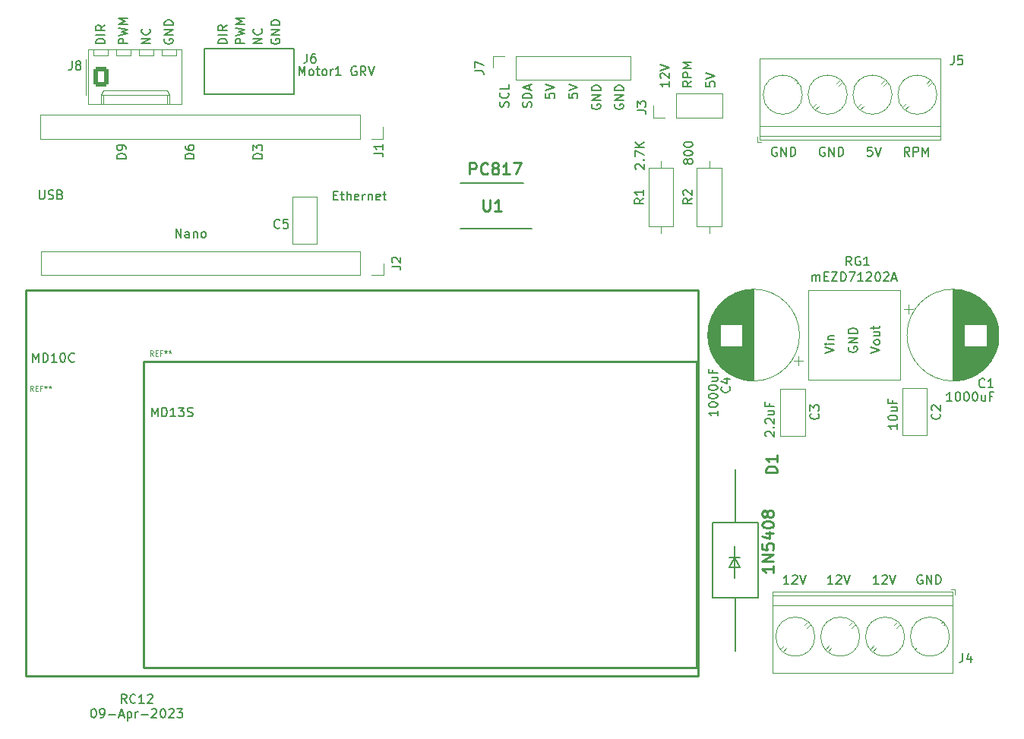
<source format=gbr>
%TF.GenerationSoftware,KiCad,Pcbnew,(6.0.10)*%
%TF.CreationDate,2023-04-13T16:58:54-06:00*%
%TF.ProjectId,RC12,52433132-2e6b-4696-9361-645f70636258,rev?*%
%TF.SameCoordinates,Original*%
%TF.FileFunction,Legend,Top*%
%TF.FilePolarity,Positive*%
%FSLAX46Y46*%
G04 Gerber Fmt 4.6, Leading zero omitted, Abs format (unit mm)*
G04 Created by KiCad (PCBNEW (6.0.10)) date 2023-04-13 16:58:54*
%MOMM*%
%LPD*%
G01*
G04 APERTURE LIST*
G04 Aperture macros list*
%AMRoundRect*
0 Rectangle with rounded corners*
0 $1 Rounding radius*
0 $2 $3 $4 $5 $6 $7 $8 $9 X,Y pos of 4 corners*
0 Add a 4 corners polygon primitive as box body*
4,1,4,$2,$3,$4,$5,$6,$7,$8,$9,$2,$3,0*
0 Add four circle primitives for the rounded corners*
1,1,$1+$1,$2,$3*
1,1,$1+$1,$4,$5*
1,1,$1+$1,$6,$7*
1,1,$1+$1,$8,$9*
0 Add four rect primitives between the rounded corners*
20,1,$1+$1,$2,$3,$4,$5,0*
20,1,$1+$1,$4,$5,$6,$7,0*
20,1,$1+$1,$6,$7,$8,$9,0*
20,1,$1+$1,$8,$9,$2,$3,0*%
G04 Aperture macros list end*
%ADD10C,0.150000*%
%ADD11C,0.254000*%
%ADD12C,0.015000*%
%ADD13C,0.200000*%
%ADD14C,0.120000*%
%ADD15C,0.127000*%
%ADD16C,0.152400*%
%ADD17C,3.200000*%
%ADD18R,1.200000X1.200000*%
%ADD19C,1.200000*%
%ADD20R,1.700000X1.700000*%
%ADD21O,1.700000X1.700000*%
%ADD22C,1.600000*%
%ADD23R,2.000000X2.000000*%
%ADD24C,2.000000*%
%ADD25R,2.600000X2.600000*%
%ADD26C,2.600000*%
%ADD27R,1.308000X1.308000*%
%ADD28C,1.308000*%
%ADD29O,1.600000X1.600000*%
%ADD30R,2.250000X2.250000*%
%ADD31C,2.250000*%
%ADD32C,1.590000*%
%ADD33RoundRect,0.250000X-0.620000X-0.845000X0.620000X-0.845000X0.620000X0.845000X-0.620000X0.845000X0*%
%ADD34O,1.740000X2.190000*%
G04 APERTURE END LIST*
D10*
X42457142Y-45852380D02*
X42457142Y-44852380D01*
X43028571Y-45852380D01*
X43028571Y-44852380D01*
X43933333Y-45852380D02*
X43933333Y-45328571D01*
X43885714Y-45233333D01*
X43790476Y-45185714D01*
X43600000Y-45185714D01*
X43504761Y-45233333D01*
X43933333Y-45804761D02*
X43838095Y-45852380D01*
X43600000Y-45852380D01*
X43504761Y-45804761D01*
X43457142Y-45709523D01*
X43457142Y-45614285D01*
X43504761Y-45519047D01*
X43600000Y-45471428D01*
X43838095Y-45471428D01*
X43933333Y-45423809D01*
X44409523Y-45185714D02*
X44409523Y-45852380D01*
X44409523Y-45280952D02*
X44457142Y-45233333D01*
X44552380Y-45185714D01*
X44695238Y-45185714D01*
X44790476Y-45233333D01*
X44838095Y-45328571D01*
X44838095Y-45852380D01*
X45457142Y-45852380D02*
X45361904Y-45804761D01*
X45314285Y-45757142D01*
X45266666Y-45661904D01*
X45266666Y-45376190D01*
X45314285Y-45280952D01*
X45361904Y-45233333D01*
X45457142Y-45185714D01*
X45600000Y-45185714D01*
X45695238Y-45233333D01*
X45742857Y-45280952D01*
X45790476Y-45376190D01*
X45790476Y-45661904D01*
X45742857Y-45757142D01*
X45695238Y-45804761D01*
X45600000Y-45852380D01*
X45457142Y-45852380D01*
X37085713Y-24199999D02*
X36085713Y-24199999D01*
X36085713Y-23819047D01*
X36133333Y-23723809D01*
X36180952Y-23676190D01*
X36276190Y-23628571D01*
X36419047Y-23628571D01*
X36514285Y-23676190D01*
X36561904Y-23723809D01*
X36609523Y-23819047D01*
X36609523Y-24199999D01*
X36085713Y-23295238D02*
X37085713Y-23057142D01*
X36371428Y-22866666D01*
X37085713Y-22676190D01*
X36085713Y-22438095D01*
X37085713Y-22057142D02*
X36085713Y-22057142D01*
X36799999Y-21723809D01*
X36085713Y-21390476D01*
X37085713Y-21390476D01*
X124238095Y-36752380D02*
X123904761Y-36276190D01*
X123666666Y-36752380D02*
X123666666Y-35752380D01*
X124047619Y-35752380D01*
X124142857Y-35800000D01*
X124190476Y-35847619D01*
X124238095Y-35942857D01*
X124238095Y-36085714D01*
X124190476Y-36180952D01*
X124142857Y-36228571D01*
X124047619Y-36276190D01*
X123666666Y-36276190D01*
X124666666Y-36752380D02*
X124666666Y-35752380D01*
X125047619Y-35752380D01*
X125142857Y-35800000D01*
X125190476Y-35847619D01*
X125238095Y-35942857D01*
X125238095Y-36085714D01*
X125190476Y-36180952D01*
X125142857Y-36228571D01*
X125047619Y-36276190D01*
X124666666Y-36276190D01*
X125666666Y-36752380D02*
X125666666Y-35752380D01*
X126000000Y-36466666D01*
X126333333Y-35752380D01*
X126333333Y-36752380D01*
X97437380Y-28442857D02*
X97437380Y-29014286D01*
X97437380Y-28728571D02*
X96437380Y-28728571D01*
X96580238Y-28823810D01*
X96675476Y-28919048D01*
X96723095Y-29014286D01*
X96532619Y-28061905D02*
X96485000Y-28014286D01*
X96437380Y-27919048D01*
X96437380Y-27680952D01*
X96485000Y-27585714D01*
X96532619Y-27538095D01*
X96627857Y-27490476D01*
X96723095Y-27490476D01*
X96865952Y-27538095D01*
X97437380Y-28109524D01*
X97437380Y-27490476D01*
X96437380Y-27204762D02*
X97437380Y-26871429D01*
X96437380Y-26538095D01*
X110780952Y-84452380D02*
X110209523Y-84452380D01*
X110495238Y-84452380D02*
X110495238Y-83452380D01*
X110400000Y-83595238D01*
X110304761Y-83690476D01*
X110209523Y-83738095D01*
X111161904Y-83547619D02*
X111209523Y-83500000D01*
X111304761Y-83452380D01*
X111542857Y-83452380D01*
X111638095Y-83500000D01*
X111685714Y-83547619D01*
X111733333Y-83642857D01*
X111733333Y-83738095D01*
X111685714Y-83880952D01*
X111114285Y-84452380D01*
X111733333Y-84452380D01*
X112019047Y-83452380D02*
X112352380Y-84452380D01*
X112685714Y-83452380D01*
X88840000Y-30961904D02*
X88792380Y-31057142D01*
X88792380Y-31200000D01*
X88840000Y-31342857D01*
X88935238Y-31438095D01*
X89030476Y-31485714D01*
X89220952Y-31533333D01*
X89363809Y-31533333D01*
X89554285Y-31485714D01*
X89649523Y-31438095D01*
X89744761Y-31342857D01*
X89792380Y-31200000D01*
X89792380Y-31104761D01*
X89744761Y-30961904D01*
X89697142Y-30914285D01*
X89363809Y-30914285D01*
X89363809Y-31104761D01*
X89792380Y-30485714D02*
X88792380Y-30485714D01*
X89792380Y-29914285D01*
X88792380Y-29914285D01*
X89792380Y-29438095D02*
X88792380Y-29438095D01*
X88792380Y-29200000D01*
X88840000Y-29057142D01*
X88935238Y-28961904D01*
X89030476Y-28914285D01*
X89220952Y-28866666D01*
X89363809Y-28866666D01*
X89554285Y-28914285D01*
X89649523Y-28961904D01*
X89744761Y-29057142D01*
X89792380Y-29200000D01*
X89792380Y-29438095D01*
X79504761Y-31247619D02*
X79552380Y-31104762D01*
X79552380Y-30866666D01*
X79504761Y-30771428D01*
X79457142Y-30723809D01*
X79361904Y-30676190D01*
X79266666Y-30676190D01*
X79171428Y-30723809D01*
X79123809Y-30771428D01*
X79076190Y-30866666D01*
X79028571Y-31057143D01*
X78980952Y-31152381D01*
X78933333Y-31200000D01*
X78838095Y-31247619D01*
X78742857Y-31247619D01*
X78647619Y-31200000D01*
X78600000Y-31152381D01*
X78552380Y-31057143D01*
X78552380Y-30819047D01*
X78600000Y-30676190D01*
X79457142Y-29676190D02*
X79504761Y-29723809D01*
X79552380Y-29866666D01*
X79552380Y-29961904D01*
X79504761Y-30104762D01*
X79409523Y-30200000D01*
X79314285Y-30247619D01*
X79123809Y-30295238D01*
X78980952Y-30295238D01*
X78790476Y-30247619D01*
X78695238Y-30200000D01*
X78600000Y-30104762D01*
X78552380Y-29961904D01*
X78552380Y-29866666D01*
X78600000Y-29723809D01*
X78647619Y-29676190D01*
X79552380Y-28771428D02*
X79552380Y-29247619D01*
X78552380Y-29247619D01*
X39619046Y-24200000D02*
X38619046Y-24200000D01*
X39619046Y-23628571D01*
X38619046Y-23628571D01*
X39523808Y-22580952D02*
X39571427Y-22628571D01*
X39619046Y-22771428D01*
X39619046Y-22866666D01*
X39571427Y-23009524D01*
X39476189Y-23104762D01*
X39380951Y-23152381D01*
X39190475Y-23200000D01*
X39047618Y-23200000D01*
X38857142Y-23152381D01*
X38761904Y-23104762D01*
X38666666Y-23009524D01*
X38619046Y-22866666D01*
X38619046Y-22771428D01*
X38666666Y-22628571D01*
X38714285Y-22580952D01*
X36882380Y-37028095D02*
X35882380Y-37028095D01*
X35882380Y-36790000D01*
X35930000Y-36647142D01*
X36025238Y-36551904D01*
X36120476Y-36504285D01*
X36310952Y-36456666D01*
X36453809Y-36456666D01*
X36644285Y-36504285D01*
X36739523Y-36551904D01*
X36834761Y-36647142D01*
X36882380Y-36790000D01*
X36882380Y-37028095D01*
X36882380Y-35980476D02*
X36882380Y-35790000D01*
X36834761Y-35694761D01*
X36787142Y-35647142D01*
X36644285Y-35551904D01*
X36453809Y-35504285D01*
X36072857Y-35504285D01*
X35977619Y-35551904D01*
X35930000Y-35599523D01*
X35882380Y-35694761D01*
X35882380Y-35885238D01*
X35930000Y-35980476D01*
X35977619Y-36028095D01*
X36072857Y-36075714D01*
X36310952Y-36075714D01*
X36406190Y-36028095D01*
X36453809Y-35980476D01*
X36501428Y-35885238D01*
X36501428Y-35694761D01*
X36453809Y-35599523D01*
X36406190Y-35551904D01*
X36310952Y-35504285D01*
X53100000Y-23676190D02*
X53052380Y-23771428D01*
X53052380Y-23914286D01*
X53100000Y-24057143D01*
X53195238Y-24152381D01*
X53290476Y-24200000D01*
X53480952Y-24247619D01*
X53623809Y-24247619D01*
X53814285Y-24200000D01*
X53909523Y-24152381D01*
X54004761Y-24057143D01*
X54052380Y-23914286D01*
X54052380Y-23819047D01*
X54004761Y-23676190D01*
X53957142Y-23628571D01*
X53623809Y-23628571D01*
X53623809Y-23819047D01*
X54052380Y-23200000D02*
X53052380Y-23200000D01*
X54052380Y-22628571D01*
X53052380Y-22628571D01*
X54052380Y-22152381D02*
X53052380Y-22152381D01*
X53052380Y-21914286D01*
X53100000Y-21771428D01*
X53195238Y-21676190D01*
X53290476Y-21628571D01*
X53480952Y-21580952D01*
X53623809Y-21580952D01*
X53814285Y-21628571D01*
X53909523Y-21676190D01*
X54004761Y-21771428D01*
X54052380Y-21914286D01*
X54052380Y-22152381D01*
X115680952Y-84452380D02*
X115109523Y-84452380D01*
X115395238Y-84452380D02*
X115395238Y-83452380D01*
X115300000Y-83595238D01*
X115204761Y-83690476D01*
X115109523Y-83738095D01*
X116061904Y-83547619D02*
X116109523Y-83500000D01*
X116204761Y-83452380D01*
X116442857Y-83452380D01*
X116538095Y-83500000D01*
X116585714Y-83547619D01*
X116633333Y-83642857D01*
X116633333Y-83738095D01*
X116585714Y-83880952D01*
X116014285Y-84452380D01*
X116633333Y-84452380D01*
X116919047Y-83452380D02*
X117252380Y-84452380D01*
X117585714Y-83452380D01*
X99937380Y-28395238D02*
X99461190Y-28728572D01*
X99937380Y-28966667D02*
X98937380Y-28966667D01*
X98937380Y-28585714D01*
X98985000Y-28490476D01*
X99032619Y-28442857D01*
X99127857Y-28395238D01*
X99270714Y-28395238D01*
X99365952Y-28442857D01*
X99413571Y-28490476D01*
X99461190Y-28585714D01*
X99461190Y-28966667D01*
X99937380Y-27966667D02*
X98937380Y-27966667D01*
X98937380Y-27585714D01*
X98985000Y-27490476D01*
X99032619Y-27442857D01*
X99127857Y-27395238D01*
X99270714Y-27395238D01*
X99365952Y-27442857D01*
X99413571Y-27490476D01*
X99461190Y-27585714D01*
X99461190Y-27966667D01*
X99937380Y-26966667D02*
X98937380Y-26966667D01*
X99651666Y-26633334D01*
X98937380Y-26300000D01*
X99937380Y-26300000D01*
X50119046Y-24199999D02*
X49119046Y-24199999D01*
X49119046Y-23819047D01*
X49166666Y-23723809D01*
X49214285Y-23676190D01*
X49309523Y-23628571D01*
X49452380Y-23628571D01*
X49547618Y-23676190D01*
X49595237Y-23723809D01*
X49642856Y-23819047D01*
X49642856Y-24199999D01*
X49119046Y-23295238D02*
X50119046Y-23057142D01*
X49404761Y-22866666D01*
X50119046Y-22676190D01*
X49119046Y-22438095D01*
X50119046Y-22057142D02*
X49119046Y-22057142D01*
X49833332Y-21723809D01*
X49119046Y-21390476D01*
X50119046Y-21390476D01*
X125638095Y-83500000D02*
X125542857Y-83452380D01*
X125400000Y-83452380D01*
X125257142Y-83500000D01*
X125161904Y-83595238D01*
X125114285Y-83690476D01*
X125066666Y-83880952D01*
X125066666Y-84023809D01*
X125114285Y-84214285D01*
X125161904Y-84309523D01*
X125257142Y-84404761D01*
X125400000Y-84452380D01*
X125495238Y-84452380D01*
X125638095Y-84404761D01*
X125685714Y-84357142D01*
X125685714Y-84023809D01*
X125495238Y-84023809D01*
X126114285Y-84452380D02*
X126114285Y-83452380D01*
X126685714Y-84452380D01*
X126685714Y-83452380D01*
X127161904Y-84452380D02*
X127161904Y-83452380D01*
X127400000Y-83452380D01*
X127542857Y-83500000D01*
X127638095Y-83595238D01*
X127685714Y-83690476D01*
X127733333Y-83880952D01*
X127733333Y-84023809D01*
X127685714Y-84214285D01*
X127638095Y-84309523D01*
X127542857Y-84404761D01*
X127400000Y-84452380D01*
X127161904Y-84452380D01*
X44482380Y-37028095D02*
X43482380Y-37028095D01*
X43482380Y-36790000D01*
X43530000Y-36647142D01*
X43625238Y-36551904D01*
X43720476Y-36504285D01*
X43910952Y-36456666D01*
X44053809Y-36456666D01*
X44244285Y-36504285D01*
X44339523Y-36551904D01*
X44434761Y-36647142D01*
X44482380Y-36790000D01*
X44482380Y-37028095D01*
X43482380Y-35599523D02*
X43482380Y-35790000D01*
X43530000Y-35885238D01*
X43577619Y-35932857D01*
X43720476Y-36028095D01*
X43910952Y-36075714D01*
X44291904Y-36075714D01*
X44387142Y-36028095D01*
X44434761Y-35980476D01*
X44482380Y-35885238D01*
X44482380Y-35694761D01*
X44434761Y-35599523D01*
X44387142Y-35551904D01*
X44291904Y-35504285D01*
X44053809Y-35504285D01*
X43958571Y-35551904D01*
X43910952Y-35599523D01*
X43863333Y-35694761D01*
X43863333Y-35885238D01*
X43910952Y-35980476D01*
X43958571Y-36028095D01*
X44053809Y-36075714D01*
X120050792Y-35752380D02*
X119574602Y-35752380D01*
X119526983Y-36228571D01*
X119574602Y-36180952D01*
X119669840Y-36133333D01*
X119907935Y-36133333D01*
X120003173Y-36180952D01*
X120050792Y-36228571D01*
X120098411Y-36323809D01*
X120098411Y-36561904D01*
X120050792Y-36657142D01*
X120003173Y-36704761D01*
X119907935Y-36752380D01*
X119669840Y-36752380D01*
X119574602Y-36704761D01*
X119526983Y-36657142D01*
X120384126Y-35752380D02*
X120717459Y-36752380D01*
X121050792Y-35752380D01*
X86232380Y-29771428D02*
X86232380Y-30247618D01*
X86708571Y-30295237D01*
X86660952Y-30247618D01*
X86613333Y-30152380D01*
X86613333Y-29914285D01*
X86660952Y-29819047D01*
X86708571Y-29771428D01*
X86803809Y-29723809D01*
X87041904Y-29723809D01*
X87137142Y-29771428D01*
X87184761Y-29819047D01*
X87232380Y-29914285D01*
X87232380Y-30152380D01*
X87184761Y-30247618D01*
X87137142Y-30295237D01*
X86232380Y-29438094D02*
X87232380Y-29104761D01*
X86232380Y-28771428D01*
X82064761Y-31295237D02*
X82112380Y-31152380D01*
X82112380Y-30914285D01*
X82064761Y-30819047D01*
X82017142Y-30771428D01*
X81921904Y-30723809D01*
X81826666Y-30723809D01*
X81731428Y-30771428D01*
X81683809Y-30819047D01*
X81636190Y-30914285D01*
X81588571Y-31104761D01*
X81540952Y-31199999D01*
X81493333Y-31247618D01*
X81398095Y-31295237D01*
X81302857Y-31295237D01*
X81207619Y-31247618D01*
X81160000Y-31199999D01*
X81112380Y-31104761D01*
X81112380Y-30866666D01*
X81160000Y-30723809D01*
X82112380Y-30295237D02*
X81112380Y-30295237D01*
X81112380Y-30057142D01*
X81160000Y-29914285D01*
X81255238Y-29819047D01*
X81350476Y-29771428D01*
X81540952Y-29723809D01*
X81683809Y-29723809D01*
X81874285Y-29771428D01*
X81969523Y-29819047D01*
X82064761Y-29914285D01*
X82112380Y-30057142D01*
X82112380Y-30295237D01*
X81826666Y-29342856D02*
X81826666Y-28866666D01*
X82112380Y-29438094D02*
X81112380Y-29104761D01*
X82112380Y-28771428D01*
X83672380Y-29771428D02*
X83672380Y-30247618D01*
X84148571Y-30295237D01*
X84100952Y-30247618D01*
X84053333Y-30152380D01*
X84053333Y-29914285D01*
X84100952Y-29819047D01*
X84148571Y-29771428D01*
X84243809Y-29723809D01*
X84481904Y-29723809D01*
X84577142Y-29771428D01*
X84624761Y-29819047D01*
X84672380Y-29914285D01*
X84672380Y-30152380D01*
X84624761Y-30247618D01*
X84577142Y-30295237D01*
X83672380Y-29438094D02*
X84672380Y-29104761D01*
X83672380Y-28771428D01*
X60042857Y-41128571D02*
X60376190Y-41128571D01*
X60519047Y-41652380D02*
X60042857Y-41652380D01*
X60042857Y-40652380D01*
X60519047Y-40652380D01*
X60804761Y-40985714D02*
X61185714Y-40985714D01*
X60947619Y-40652380D02*
X60947619Y-41509523D01*
X60995238Y-41604761D01*
X61090476Y-41652380D01*
X61185714Y-41652380D01*
X61519047Y-41652380D02*
X61519047Y-40652380D01*
X61947619Y-41652380D02*
X61947619Y-41128571D01*
X61900000Y-41033333D01*
X61804761Y-40985714D01*
X61661904Y-40985714D01*
X61566666Y-41033333D01*
X61519047Y-41080952D01*
X62804761Y-41604761D02*
X62709523Y-41652380D01*
X62519047Y-41652380D01*
X62423809Y-41604761D01*
X62376190Y-41509523D01*
X62376190Y-41128571D01*
X62423809Y-41033333D01*
X62519047Y-40985714D01*
X62709523Y-40985714D01*
X62804761Y-41033333D01*
X62852380Y-41128571D01*
X62852380Y-41223809D01*
X62376190Y-41319047D01*
X63280952Y-41652380D02*
X63280952Y-40985714D01*
X63280952Y-41176190D02*
X63328571Y-41080952D01*
X63376190Y-41033333D01*
X63471428Y-40985714D01*
X63566666Y-40985714D01*
X63900000Y-40985714D02*
X63900000Y-41652380D01*
X63900000Y-41080952D02*
X63947619Y-41033333D01*
X64042857Y-40985714D01*
X64185714Y-40985714D01*
X64280952Y-41033333D01*
X64328571Y-41128571D01*
X64328571Y-41652380D01*
X65185714Y-41604761D02*
X65090476Y-41652380D01*
X64900000Y-41652380D01*
X64804761Y-41604761D01*
X64757142Y-41509523D01*
X64757142Y-41128571D01*
X64804761Y-41033333D01*
X64900000Y-40985714D01*
X65090476Y-40985714D01*
X65185714Y-41033333D01*
X65233333Y-41128571D01*
X65233333Y-41223809D01*
X64757142Y-41319047D01*
X65519047Y-40985714D02*
X65900000Y-40985714D01*
X65661904Y-40652380D02*
X65661904Y-41509523D01*
X65709523Y-41604761D01*
X65804761Y-41652380D01*
X65900000Y-41652380D01*
X101537380Y-28490476D02*
X101537380Y-28966666D01*
X102013571Y-29014285D01*
X101965952Y-28966666D01*
X101918333Y-28871428D01*
X101918333Y-28633333D01*
X101965952Y-28538095D01*
X102013571Y-28490476D01*
X102108809Y-28442857D01*
X102346904Y-28442857D01*
X102442142Y-28490476D01*
X102489761Y-28538095D01*
X102537380Y-28633333D01*
X102537380Y-28871428D01*
X102489761Y-28966666D01*
X102442142Y-29014285D01*
X101537380Y-28157142D02*
X102537380Y-27823809D01*
X101537380Y-27490476D01*
X52082380Y-37028095D02*
X51082380Y-37028095D01*
X51082380Y-36790000D01*
X51130000Y-36647142D01*
X51225238Y-36551904D01*
X51320476Y-36504285D01*
X51510952Y-36456666D01*
X51653809Y-36456666D01*
X51844285Y-36504285D01*
X51939523Y-36551904D01*
X52034761Y-36647142D01*
X52082380Y-36790000D01*
X52082380Y-37028095D01*
X51082380Y-36123333D02*
X51082380Y-35504285D01*
X51463333Y-35837619D01*
X51463333Y-35694761D01*
X51510952Y-35599523D01*
X51558571Y-35551904D01*
X51653809Y-35504285D01*
X51891904Y-35504285D01*
X51987142Y-35551904D01*
X52034761Y-35599523D01*
X52082380Y-35694761D01*
X52082380Y-35980476D01*
X52034761Y-36075714D01*
X51987142Y-36123333D01*
X114768253Y-35800000D02*
X114673015Y-35752380D01*
X114530158Y-35752380D01*
X114387300Y-35800000D01*
X114292062Y-35895238D01*
X114244443Y-35990476D01*
X114196824Y-36180952D01*
X114196824Y-36323809D01*
X114244443Y-36514285D01*
X114292062Y-36609523D01*
X114387300Y-36704761D01*
X114530158Y-36752380D01*
X114625396Y-36752380D01*
X114768253Y-36704761D01*
X114815872Y-36657142D01*
X114815872Y-36323809D01*
X114625396Y-36323809D01*
X115244443Y-36752380D02*
X115244443Y-35752380D01*
X115815872Y-36752380D01*
X115815872Y-35752380D01*
X116292062Y-36752380D02*
X116292062Y-35752380D01*
X116530158Y-35752380D01*
X116673015Y-35800000D01*
X116768253Y-35895238D01*
X116815872Y-35990476D01*
X116863491Y-36180952D01*
X116863491Y-36323809D01*
X116815872Y-36514285D01*
X116768253Y-36609523D01*
X116673015Y-36704761D01*
X116530158Y-36752380D01*
X116292062Y-36752380D01*
X91400000Y-30961904D02*
X91352380Y-31057142D01*
X91352380Y-31200000D01*
X91400000Y-31342857D01*
X91495238Y-31438095D01*
X91590476Y-31485714D01*
X91780952Y-31533333D01*
X91923809Y-31533333D01*
X92114285Y-31485714D01*
X92209523Y-31438095D01*
X92304761Y-31342857D01*
X92352380Y-31200000D01*
X92352380Y-31104761D01*
X92304761Y-30961904D01*
X92257142Y-30914285D01*
X91923809Y-30914285D01*
X91923809Y-31104761D01*
X92352380Y-30485714D02*
X91352380Y-30485714D01*
X92352380Y-29914285D01*
X91352380Y-29914285D01*
X92352380Y-29438095D02*
X91352380Y-29438095D01*
X91352380Y-29200000D01*
X91400000Y-29057142D01*
X91495238Y-28961904D01*
X91590476Y-28914285D01*
X91780952Y-28866666D01*
X91923809Y-28866666D01*
X92114285Y-28914285D01*
X92209523Y-28961904D01*
X92304761Y-29057142D01*
X92352380Y-29200000D01*
X92352380Y-29438095D01*
X36957142Y-97747380D02*
X36623809Y-97271190D01*
X36385714Y-97747380D02*
X36385714Y-96747380D01*
X36766666Y-96747380D01*
X36861904Y-96795000D01*
X36909523Y-96842619D01*
X36957142Y-96937857D01*
X36957142Y-97080714D01*
X36909523Y-97175952D01*
X36861904Y-97223571D01*
X36766666Y-97271190D01*
X36385714Y-97271190D01*
X37957142Y-97652142D02*
X37909523Y-97699761D01*
X37766666Y-97747380D01*
X37671428Y-97747380D01*
X37528571Y-97699761D01*
X37433333Y-97604523D01*
X37385714Y-97509285D01*
X37338095Y-97318809D01*
X37338095Y-97175952D01*
X37385714Y-96985476D01*
X37433333Y-96890238D01*
X37528571Y-96795000D01*
X37671428Y-96747380D01*
X37766666Y-96747380D01*
X37909523Y-96795000D01*
X37957142Y-96842619D01*
X38909523Y-97747380D02*
X38338095Y-97747380D01*
X38623809Y-97747380D02*
X38623809Y-96747380D01*
X38528571Y-96890238D01*
X38433333Y-96985476D01*
X38338095Y-97033095D01*
X39290476Y-96842619D02*
X39338095Y-96795000D01*
X39433333Y-96747380D01*
X39671428Y-96747380D01*
X39766666Y-96795000D01*
X39814285Y-96842619D01*
X39861904Y-96937857D01*
X39861904Y-97033095D01*
X39814285Y-97175952D01*
X39242857Y-97747380D01*
X39861904Y-97747380D01*
X33242857Y-98357380D02*
X33338095Y-98357380D01*
X33433333Y-98405000D01*
X33480952Y-98452619D01*
X33528571Y-98547857D01*
X33576190Y-98738333D01*
X33576190Y-98976428D01*
X33528571Y-99166904D01*
X33480952Y-99262142D01*
X33433333Y-99309761D01*
X33338095Y-99357380D01*
X33242857Y-99357380D01*
X33147619Y-99309761D01*
X33100000Y-99262142D01*
X33052380Y-99166904D01*
X33004761Y-98976428D01*
X33004761Y-98738333D01*
X33052380Y-98547857D01*
X33100000Y-98452619D01*
X33147619Y-98405000D01*
X33242857Y-98357380D01*
X34052380Y-99357380D02*
X34242857Y-99357380D01*
X34338095Y-99309761D01*
X34385714Y-99262142D01*
X34480952Y-99119285D01*
X34528571Y-98928809D01*
X34528571Y-98547857D01*
X34480952Y-98452619D01*
X34433333Y-98405000D01*
X34338095Y-98357380D01*
X34147619Y-98357380D01*
X34052380Y-98405000D01*
X34004761Y-98452619D01*
X33957142Y-98547857D01*
X33957142Y-98785952D01*
X34004761Y-98881190D01*
X34052380Y-98928809D01*
X34147619Y-98976428D01*
X34338095Y-98976428D01*
X34433333Y-98928809D01*
X34480952Y-98881190D01*
X34528571Y-98785952D01*
X34957142Y-98976428D02*
X35719047Y-98976428D01*
X36147619Y-99071666D02*
X36623809Y-99071666D01*
X36052380Y-99357380D02*
X36385714Y-98357380D01*
X36719047Y-99357380D01*
X37052380Y-98690714D02*
X37052380Y-99690714D01*
X37052380Y-98738333D02*
X37147619Y-98690714D01*
X37338095Y-98690714D01*
X37433333Y-98738333D01*
X37480952Y-98785952D01*
X37528571Y-98881190D01*
X37528571Y-99166904D01*
X37480952Y-99262142D01*
X37433333Y-99309761D01*
X37338095Y-99357380D01*
X37147619Y-99357380D01*
X37052380Y-99309761D01*
X37957142Y-99357380D02*
X37957142Y-98690714D01*
X37957142Y-98881190D02*
X38004761Y-98785952D01*
X38052380Y-98738333D01*
X38147619Y-98690714D01*
X38242857Y-98690714D01*
X38576190Y-98976428D02*
X39338095Y-98976428D01*
X39766666Y-98452619D02*
X39814285Y-98405000D01*
X39909523Y-98357380D01*
X40147619Y-98357380D01*
X40242857Y-98405000D01*
X40290476Y-98452619D01*
X40338095Y-98547857D01*
X40338095Y-98643095D01*
X40290476Y-98785952D01*
X39719047Y-99357380D01*
X40338095Y-99357380D01*
X40957142Y-98357380D02*
X41052380Y-98357380D01*
X41147619Y-98405000D01*
X41195238Y-98452619D01*
X41242857Y-98547857D01*
X41290476Y-98738333D01*
X41290476Y-98976428D01*
X41242857Y-99166904D01*
X41195238Y-99262142D01*
X41147619Y-99309761D01*
X41052380Y-99357380D01*
X40957142Y-99357380D01*
X40861904Y-99309761D01*
X40814285Y-99262142D01*
X40766666Y-99166904D01*
X40719047Y-98976428D01*
X40719047Y-98738333D01*
X40766666Y-98547857D01*
X40814285Y-98452619D01*
X40861904Y-98405000D01*
X40957142Y-98357380D01*
X41671428Y-98452619D02*
X41719047Y-98405000D01*
X41814285Y-98357380D01*
X42052380Y-98357380D01*
X42147619Y-98405000D01*
X42195238Y-98452619D01*
X42242857Y-98547857D01*
X42242857Y-98643095D01*
X42195238Y-98785952D01*
X41623809Y-99357380D01*
X42242857Y-99357380D01*
X42576190Y-98357380D02*
X43195238Y-98357380D01*
X42861904Y-98738333D01*
X43004761Y-98738333D01*
X43100000Y-98785952D01*
X43147619Y-98833571D01*
X43195238Y-98928809D01*
X43195238Y-99166904D01*
X43147619Y-99262142D01*
X43100000Y-99309761D01*
X43004761Y-99357380D01*
X42719047Y-99357380D01*
X42623809Y-99309761D01*
X42576190Y-99262142D01*
X109438095Y-35800000D02*
X109342857Y-35752380D01*
X109200000Y-35752380D01*
X109057142Y-35800000D01*
X108961904Y-35895238D01*
X108914285Y-35990476D01*
X108866666Y-36180952D01*
X108866666Y-36323809D01*
X108914285Y-36514285D01*
X108961904Y-36609523D01*
X109057142Y-36704761D01*
X109200000Y-36752380D01*
X109295238Y-36752380D01*
X109438095Y-36704761D01*
X109485714Y-36657142D01*
X109485714Y-36323809D01*
X109295238Y-36323809D01*
X109914285Y-36752380D02*
X109914285Y-35752380D01*
X110485714Y-36752380D01*
X110485714Y-35752380D01*
X110961904Y-36752380D02*
X110961904Y-35752380D01*
X111200000Y-35752380D01*
X111342857Y-35800000D01*
X111438095Y-35895238D01*
X111485714Y-35990476D01*
X111533333Y-36180952D01*
X111533333Y-36323809D01*
X111485714Y-36514285D01*
X111438095Y-36609523D01*
X111342857Y-36704761D01*
X111200000Y-36752380D01*
X110961904Y-36752380D01*
X48152380Y-24200000D02*
X47152380Y-24200000D01*
X47152380Y-23961904D01*
X47200000Y-23819047D01*
X47295238Y-23723809D01*
X47390476Y-23676190D01*
X47580952Y-23628571D01*
X47723809Y-23628571D01*
X47914285Y-23676190D01*
X48009523Y-23723809D01*
X48104761Y-23819047D01*
X48152380Y-23961904D01*
X48152380Y-24200000D01*
X48152380Y-23200000D02*
X47152380Y-23200000D01*
X48152380Y-22152380D02*
X47676190Y-22485714D01*
X48152380Y-22723809D02*
X47152380Y-22723809D01*
X47152380Y-22342857D01*
X47200000Y-22247619D01*
X47247619Y-22200000D01*
X47342857Y-22152380D01*
X47485714Y-22152380D01*
X47580952Y-22200000D01*
X47628571Y-22247619D01*
X47676190Y-22342857D01*
X47676190Y-22723809D01*
X27238095Y-40552380D02*
X27238095Y-41361904D01*
X27285714Y-41457142D01*
X27333333Y-41504761D01*
X27428571Y-41552380D01*
X27619047Y-41552380D01*
X27714285Y-41504761D01*
X27761904Y-41457142D01*
X27809523Y-41361904D01*
X27809523Y-40552380D01*
X28238095Y-41504761D02*
X28380952Y-41552380D01*
X28619047Y-41552380D01*
X28714285Y-41504761D01*
X28761904Y-41457142D01*
X28809523Y-41361904D01*
X28809523Y-41266666D01*
X28761904Y-41171428D01*
X28714285Y-41123809D01*
X28619047Y-41076190D01*
X28428571Y-41028571D01*
X28333333Y-40980952D01*
X28285714Y-40933333D01*
X28238095Y-40838095D01*
X28238095Y-40742857D01*
X28285714Y-40647619D01*
X28333333Y-40600000D01*
X28428571Y-40552380D01*
X28666666Y-40552380D01*
X28809523Y-40600000D01*
X29571428Y-41028571D02*
X29714285Y-41076190D01*
X29761904Y-41123809D01*
X29809523Y-41219047D01*
X29809523Y-41361904D01*
X29761904Y-41457142D01*
X29714285Y-41504761D01*
X29619047Y-41552380D01*
X29238095Y-41552380D01*
X29238095Y-40552380D01*
X29571428Y-40552380D01*
X29666666Y-40600000D01*
X29714285Y-40647619D01*
X29761904Y-40742857D01*
X29761904Y-40838095D01*
X29714285Y-40933333D01*
X29666666Y-40980952D01*
X29571428Y-41028571D01*
X29238095Y-41028571D01*
X41200000Y-23676190D02*
X41152380Y-23771428D01*
X41152380Y-23914286D01*
X41200000Y-24057143D01*
X41295238Y-24152381D01*
X41390476Y-24200000D01*
X41580952Y-24247619D01*
X41723809Y-24247619D01*
X41914285Y-24200000D01*
X42009523Y-24152381D01*
X42104761Y-24057143D01*
X42152380Y-23914286D01*
X42152380Y-23819047D01*
X42104761Y-23676190D01*
X42057142Y-23628571D01*
X41723809Y-23628571D01*
X41723809Y-23819047D01*
X42152380Y-23200000D02*
X41152380Y-23200000D01*
X42152380Y-22628571D01*
X41152380Y-22628571D01*
X42152380Y-22152381D02*
X41152380Y-22152381D01*
X41152380Y-21914286D01*
X41200000Y-21771428D01*
X41295238Y-21676190D01*
X41390476Y-21628571D01*
X41580952Y-21580952D01*
X41723809Y-21580952D01*
X41914285Y-21628571D01*
X42009523Y-21676190D01*
X42104761Y-21771428D01*
X42152380Y-21914286D01*
X42152380Y-22152381D01*
X34552380Y-24200000D02*
X33552380Y-24200000D01*
X33552380Y-23961904D01*
X33600000Y-23819047D01*
X33695238Y-23723809D01*
X33790476Y-23676190D01*
X33980952Y-23628571D01*
X34123809Y-23628571D01*
X34314285Y-23676190D01*
X34409523Y-23723809D01*
X34504761Y-23819047D01*
X34552380Y-23961904D01*
X34552380Y-24200000D01*
X34552380Y-23200000D02*
X33552380Y-23200000D01*
X34552380Y-22152380D02*
X34076190Y-22485714D01*
X34552380Y-22723809D02*
X33552380Y-22723809D01*
X33552380Y-22342857D01*
X33600000Y-22247619D01*
X33647619Y-22200000D01*
X33742857Y-22152380D01*
X33885714Y-22152380D01*
X33980952Y-22200000D01*
X34028571Y-22247619D01*
X34076190Y-22342857D01*
X34076190Y-22723809D01*
X52085712Y-24200000D02*
X51085712Y-24200000D01*
X52085712Y-23628571D01*
X51085712Y-23628571D01*
X51990474Y-22580952D02*
X52038093Y-22628571D01*
X52085712Y-22771428D01*
X52085712Y-22866666D01*
X52038093Y-23009524D01*
X51942855Y-23104762D01*
X51847617Y-23152381D01*
X51657141Y-23200000D01*
X51514284Y-23200000D01*
X51323808Y-23152381D01*
X51228570Y-23104762D01*
X51133332Y-23009524D01*
X51085712Y-22866666D01*
X51085712Y-22771428D01*
X51133332Y-22628571D01*
X51180951Y-22580952D01*
X120780952Y-84452380D02*
X120209523Y-84452380D01*
X120495238Y-84452380D02*
X120495238Y-83452380D01*
X120400000Y-83595238D01*
X120304761Y-83690476D01*
X120209523Y-83738095D01*
X121161904Y-83547619D02*
X121209523Y-83500000D01*
X121304761Y-83452380D01*
X121542857Y-83452380D01*
X121638095Y-83500000D01*
X121685714Y-83547619D01*
X121733333Y-83642857D01*
X121733333Y-83738095D01*
X121685714Y-83880952D01*
X121114285Y-84452380D01*
X121733333Y-84452380D01*
X122019047Y-83452380D02*
X122352380Y-84452380D01*
X122685714Y-83452380D01*
%TO.C, *%
D11*
%TO.C,U1*%
X76732380Y-41604523D02*
X76732380Y-42632619D01*
X76792857Y-42753571D01*
X76853333Y-42814047D01*
X76974285Y-42874523D01*
X77216190Y-42874523D01*
X77337142Y-42814047D01*
X77397619Y-42753571D01*
X77458095Y-42632619D01*
X77458095Y-41604523D01*
X78728095Y-42874523D02*
X78002380Y-42874523D01*
X78365238Y-42874523D02*
X78365238Y-41604523D01*
X78244285Y-41785952D01*
X78123333Y-41906904D01*
X78002380Y-41967380D01*
X75218095Y-38774523D02*
X75218095Y-37504523D01*
X75701904Y-37504523D01*
X75822857Y-37565000D01*
X75883333Y-37625476D01*
X75943809Y-37746428D01*
X75943809Y-37927857D01*
X75883333Y-38048809D01*
X75822857Y-38109285D01*
X75701904Y-38169761D01*
X75218095Y-38169761D01*
X77213809Y-38653571D02*
X77153333Y-38714047D01*
X76971904Y-38774523D01*
X76850952Y-38774523D01*
X76669523Y-38714047D01*
X76548571Y-38593095D01*
X76488095Y-38472142D01*
X76427619Y-38230238D01*
X76427619Y-38048809D01*
X76488095Y-37806904D01*
X76548571Y-37685952D01*
X76669523Y-37565000D01*
X76850952Y-37504523D01*
X76971904Y-37504523D01*
X77153333Y-37565000D01*
X77213809Y-37625476D01*
X77939523Y-38048809D02*
X77818571Y-37988333D01*
X77758095Y-37927857D01*
X77697619Y-37806904D01*
X77697619Y-37746428D01*
X77758095Y-37625476D01*
X77818571Y-37565000D01*
X77939523Y-37504523D01*
X78181428Y-37504523D01*
X78302380Y-37565000D01*
X78362857Y-37625476D01*
X78423333Y-37746428D01*
X78423333Y-37806904D01*
X78362857Y-37927857D01*
X78302380Y-37988333D01*
X78181428Y-38048809D01*
X77939523Y-38048809D01*
X77818571Y-38109285D01*
X77758095Y-38169761D01*
X77697619Y-38290714D01*
X77697619Y-38532619D01*
X77758095Y-38653571D01*
X77818571Y-38714047D01*
X77939523Y-38774523D01*
X78181428Y-38774523D01*
X78302380Y-38714047D01*
X78362857Y-38653571D01*
X78423333Y-38532619D01*
X78423333Y-38290714D01*
X78362857Y-38169761D01*
X78302380Y-38109285D01*
X78181428Y-38048809D01*
X79632857Y-38774523D02*
X78907142Y-38774523D01*
X79270000Y-38774523D02*
X79270000Y-37504523D01*
X79149047Y-37685952D01*
X79028095Y-37806904D01*
X78907142Y-37867380D01*
X80056190Y-37504523D02*
X80902857Y-37504523D01*
X80358571Y-38774523D01*
D10*
%TO.C,J2*%
X66502380Y-49033333D02*
X67216666Y-49033333D01*
X67359523Y-49080952D01*
X67454761Y-49176190D01*
X67502380Y-49319047D01*
X67502380Y-49414285D01*
X66597619Y-48604761D02*
X66550000Y-48557142D01*
X66502380Y-48461904D01*
X66502380Y-48223809D01*
X66550000Y-48128571D01*
X66597619Y-48080952D01*
X66692857Y-48033333D01*
X66788095Y-48033333D01*
X66930952Y-48080952D01*
X67502380Y-48652380D01*
X67502380Y-48033333D01*
%TO.C,C3*%
X114057142Y-65466666D02*
X114104761Y-65514285D01*
X114152380Y-65657142D01*
X114152380Y-65752380D01*
X114104761Y-65895238D01*
X114009523Y-65990476D01*
X113914285Y-66038095D01*
X113723809Y-66085714D01*
X113580952Y-66085714D01*
X113390476Y-66038095D01*
X113295238Y-65990476D01*
X113200000Y-65895238D01*
X113152380Y-65752380D01*
X113152380Y-65657142D01*
X113200000Y-65514285D01*
X113247619Y-65466666D01*
X113152380Y-65133333D02*
X113152380Y-64514285D01*
X113533333Y-64847619D01*
X113533333Y-64704761D01*
X113580952Y-64609523D01*
X113628571Y-64561904D01*
X113723809Y-64514285D01*
X113961904Y-64514285D01*
X114057142Y-64561904D01*
X114104761Y-64609523D01*
X114152380Y-64704761D01*
X114152380Y-64990476D01*
X114104761Y-65085714D01*
X114057142Y-65133333D01*
X108247619Y-67980952D02*
X108200000Y-67933333D01*
X108152380Y-67838095D01*
X108152380Y-67600000D01*
X108200000Y-67504761D01*
X108247619Y-67457142D01*
X108342857Y-67409523D01*
X108438095Y-67409523D01*
X108580952Y-67457142D01*
X109152380Y-68028571D01*
X109152380Y-67409523D01*
X109057142Y-66980952D02*
X109104761Y-66933333D01*
X109152380Y-66980952D01*
X109104761Y-67028571D01*
X109057142Y-66980952D01*
X109152380Y-66980952D01*
X108247619Y-66552380D02*
X108200000Y-66504761D01*
X108152380Y-66409523D01*
X108152380Y-66171428D01*
X108200000Y-66076190D01*
X108247619Y-66028571D01*
X108342857Y-65980952D01*
X108438095Y-65980952D01*
X108580952Y-66028571D01*
X109152380Y-66600000D01*
X109152380Y-65980952D01*
X108485714Y-65123809D02*
X109152380Y-65123809D01*
X108485714Y-65552380D02*
X109009523Y-65552380D01*
X109104761Y-65504761D01*
X109152380Y-65409523D01*
X109152380Y-65266666D01*
X109104761Y-65171428D01*
X109057142Y-65123809D01*
X108628571Y-64314285D02*
X108628571Y-64647619D01*
X109152380Y-64647619D02*
X108152380Y-64647619D01*
X108152380Y-64171428D01*
%TO.C,J1*%
X64552380Y-36433333D02*
X65266666Y-36433333D01*
X65409523Y-36480952D01*
X65504761Y-36576190D01*
X65552380Y-36719047D01*
X65552380Y-36814285D01*
X65552380Y-35433333D02*
X65552380Y-36004761D01*
X65552380Y-35719047D02*
X64552380Y-35719047D01*
X64695238Y-35814285D01*
X64790476Y-35909523D01*
X64838095Y-36004761D01*
%TO.C, *%
D12*
%TO.C,REF\u002A\u002A*%
X26550000Y-62921428D02*
X26350000Y-62635714D01*
X26207142Y-62921428D02*
X26207142Y-62321428D01*
X26435714Y-62321428D01*
X26492857Y-62350000D01*
X26521428Y-62378571D01*
X26550000Y-62435714D01*
X26550000Y-62521428D01*
X26521428Y-62578571D01*
X26492857Y-62607142D01*
X26435714Y-62635714D01*
X26207142Y-62635714D01*
X26807142Y-62607142D02*
X27007142Y-62607142D01*
X27092857Y-62921428D02*
X26807142Y-62921428D01*
X26807142Y-62321428D01*
X27092857Y-62321428D01*
X27550000Y-62607142D02*
X27350000Y-62607142D01*
X27350000Y-62921428D02*
X27350000Y-62321428D01*
X27635714Y-62321428D01*
X27950000Y-62321428D02*
X27950000Y-62464285D01*
X27807142Y-62407142D02*
X27950000Y-62464285D01*
X28092857Y-62407142D01*
X27864285Y-62578571D02*
X27950000Y-62464285D01*
X28035714Y-62578571D01*
X28407142Y-62321428D02*
X28407142Y-62464285D01*
X28264285Y-62407142D02*
X28407142Y-62464285D01*
X28550000Y-62407142D01*
X28321428Y-62578571D02*
X28407142Y-62464285D01*
X28492857Y-62578571D01*
D10*
X26514285Y-59702380D02*
X26514285Y-58702380D01*
X26847619Y-59416666D01*
X27180952Y-58702380D01*
X27180952Y-59702380D01*
X27657142Y-59702380D02*
X27657142Y-58702380D01*
X27895238Y-58702380D01*
X28038095Y-58750000D01*
X28133333Y-58845238D01*
X28180952Y-58940476D01*
X28228571Y-59130952D01*
X28228571Y-59273809D01*
X28180952Y-59464285D01*
X28133333Y-59559523D01*
X28038095Y-59654761D01*
X27895238Y-59702380D01*
X27657142Y-59702380D01*
X29180952Y-59702380D02*
X28609523Y-59702380D01*
X28895238Y-59702380D02*
X28895238Y-58702380D01*
X28800000Y-58845238D01*
X28704761Y-58940476D01*
X28609523Y-58988095D01*
X29800000Y-58702380D02*
X29895238Y-58702380D01*
X29990476Y-58750000D01*
X30038095Y-58797619D01*
X30085714Y-58892857D01*
X30133333Y-59083333D01*
X30133333Y-59321428D01*
X30085714Y-59511904D01*
X30038095Y-59607142D01*
X29990476Y-59654761D01*
X29895238Y-59702380D01*
X29800000Y-59702380D01*
X29704761Y-59654761D01*
X29657142Y-59607142D01*
X29609523Y-59511904D01*
X29561904Y-59321428D01*
X29561904Y-59083333D01*
X29609523Y-58892857D01*
X29657142Y-58797619D01*
X29704761Y-58750000D01*
X29800000Y-58702380D01*
X31133333Y-59607142D02*
X31085714Y-59654761D01*
X30942857Y-59702380D01*
X30847619Y-59702380D01*
X30704761Y-59654761D01*
X30609523Y-59559523D01*
X30561904Y-59464285D01*
X30514285Y-59273809D01*
X30514285Y-59130952D01*
X30561904Y-58940476D01*
X30609523Y-58845238D01*
X30704761Y-58750000D01*
X30847619Y-58702380D01*
X30942857Y-58702380D01*
X31085714Y-58750000D01*
X31133333Y-58797619D01*
%TO.C,C4*%
X104137465Y-62466666D02*
X104185084Y-62514285D01*
X104232703Y-62657142D01*
X104232703Y-62752380D01*
X104185084Y-62895238D01*
X104089846Y-62990476D01*
X103994608Y-63038095D01*
X103804132Y-63085714D01*
X103661275Y-63085714D01*
X103470799Y-63038095D01*
X103375561Y-62990476D01*
X103280323Y-62895238D01*
X103232703Y-62752380D01*
X103232703Y-62657142D01*
X103280323Y-62514285D01*
X103327942Y-62466666D01*
X103566037Y-61609523D02*
X104232703Y-61609523D01*
X103185084Y-61847619D02*
X103899370Y-62085714D01*
X103899370Y-61466666D01*
X102832703Y-65123809D02*
X102832703Y-65695238D01*
X102832703Y-65409523D02*
X101832703Y-65409523D01*
X101975561Y-65504761D01*
X102070799Y-65600000D01*
X102118418Y-65695238D01*
X101832703Y-64504761D02*
X101832703Y-64409523D01*
X101880323Y-64314285D01*
X101927942Y-64266666D01*
X102023180Y-64219047D01*
X102213656Y-64171428D01*
X102451751Y-64171428D01*
X102642227Y-64219047D01*
X102737465Y-64266666D01*
X102785084Y-64314285D01*
X102832703Y-64409523D01*
X102832703Y-64504761D01*
X102785084Y-64600000D01*
X102737465Y-64647619D01*
X102642227Y-64695238D01*
X102451751Y-64742857D01*
X102213656Y-64742857D01*
X102023180Y-64695238D01*
X101927942Y-64647619D01*
X101880323Y-64600000D01*
X101832703Y-64504761D01*
X101832703Y-63552380D02*
X101832703Y-63457142D01*
X101880323Y-63361904D01*
X101927942Y-63314285D01*
X102023180Y-63266666D01*
X102213656Y-63219047D01*
X102451751Y-63219047D01*
X102642227Y-63266666D01*
X102737465Y-63314285D01*
X102785084Y-63361904D01*
X102832703Y-63457142D01*
X102832703Y-63552380D01*
X102785084Y-63647619D01*
X102737465Y-63695238D01*
X102642227Y-63742857D01*
X102451751Y-63790476D01*
X102213656Y-63790476D01*
X102023180Y-63742857D01*
X101927942Y-63695238D01*
X101880323Y-63647619D01*
X101832703Y-63552380D01*
X101832703Y-62600000D02*
X101832703Y-62504761D01*
X101880323Y-62409523D01*
X101927942Y-62361904D01*
X102023180Y-62314285D01*
X102213656Y-62266666D01*
X102451751Y-62266666D01*
X102642227Y-62314285D01*
X102737465Y-62361904D01*
X102785084Y-62409523D01*
X102832703Y-62504761D01*
X102832703Y-62600000D01*
X102785084Y-62695238D01*
X102737465Y-62742857D01*
X102642227Y-62790476D01*
X102451751Y-62838095D01*
X102213656Y-62838095D01*
X102023180Y-62790476D01*
X101927942Y-62742857D01*
X101880323Y-62695238D01*
X101832703Y-62600000D01*
X102166037Y-61409523D02*
X102832703Y-61409523D01*
X102166037Y-61838095D02*
X102689846Y-61838095D01*
X102785084Y-61790476D01*
X102832703Y-61695238D01*
X102832703Y-61552380D01*
X102785084Y-61457142D01*
X102737465Y-61409523D01*
X102308894Y-60600000D02*
X102308894Y-60933333D01*
X102832703Y-60933333D02*
X101832703Y-60933333D01*
X101832703Y-60457142D01*
%TO.C,J5*%
X129166666Y-25552380D02*
X129166666Y-26266666D01*
X129119047Y-26409523D01*
X129023809Y-26504761D01*
X128880952Y-26552380D01*
X128785714Y-26552380D01*
X130119047Y-25552380D02*
X129642857Y-25552380D01*
X129595238Y-26028571D01*
X129642857Y-25980952D01*
X129738095Y-25933333D01*
X129976190Y-25933333D01*
X130071428Y-25980952D01*
X130119047Y-26028571D01*
X130166666Y-26123809D01*
X130166666Y-26361904D01*
X130119047Y-26457142D01*
X130071428Y-26504761D01*
X129976190Y-26552380D01*
X129738095Y-26552380D01*
X129642857Y-26504761D01*
X129595238Y-26457142D01*
%TO.C,C1*%
X132604041Y-62457142D02*
X132556422Y-62504761D01*
X132413565Y-62552380D01*
X132318327Y-62552380D01*
X132175469Y-62504761D01*
X132080231Y-62409523D01*
X132032612Y-62314285D01*
X131984993Y-62123809D01*
X131984993Y-61980952D01*
X132032612Y-61790476D01*
X132080231Y-61695238D01*
X132175469Y-61600000D01*
X132318327Y-61552380D01*
X132413565Y-61552380D01*
X132556422Y-61600000D01*
X132604041Y-61647619D01*
X133556422Y-62552380D02*
X132984993Y-62552380D01*
X133270708Y-62552380D02*
X133270708Y-61552380D01*
X133175469Y-61695238D01*
X133080231Y-61790476D01*
X132984993Y-61838095D01*
X128946898Y-64052380D02*
X128375469Y-64052380D01*
X128661184Y-64052380D02*
X128661184Y-63052380D01*
X128565946Y-63195238D01*
X128470708Y-63290476D01*
X128375469Y-63338095D01*
X129565946Y-63052380D02*
X129661184Y-63052380D01*
X129756422Y-63100000D01*
X129804041Y-63147619D01*
X129851660Y-63242857D01*
X129899279Y-63433333D01*
X129899279Y-63671428D01*
X129851660Y-63861904D01*
X129804041Y-63957142D01*
X129756422Y-64004761D01*
X129661184Y-64052380D01*
X129565946Y-64052380D01*
X129470708Y-64004761D01*
X129423088Y-63957142D01*
X129375469Y-63861904D01*
X129327850Y-63671428D01*
X129327850Y-63433333D01*
X129375469Y-63242857D01*
X129423088Y-63147619D01*
X129470708Y-63100000D01*
X129565946Y-63052380D01*
X130518327Y-63052380D02*
X130613565Y-63052380D01*
X130708803Y-63100000D01*
X130756422Y-63147619D01*
X130804041Y-63242857D01*
X130851660Y-63433333D01*
X130851660Y-63671428D01*
X130804041Y-63861904D01*
X130756422Y-63957142D01*
X130708803Y-64004761D01*
X130613565Y-64052380D01*
X130518327Y-64052380D01*
X130423088Y-64004761D01*
X130375469Y-63957142D01*
X130327850Y-63861904D01*
X130280231Y-63671428D01*
X130280231Y-63433333D01*
X130327850Y-63242857D01*
X130375469Y-63147619D01*
X130423088Y-63100000D01*
X130518327Y-63052380D01*
X131470708Y-63052380D02*
X131565946Y-63052380D01*
X131661184Y-63100000D01*
X131708803Y-63147619D01*
X131756422Y-63242857D01*
X131804041Y-63433333D01*
X131804041Y-63671428D01*
X131756422Y-63861904D01*
X131708803Y-63957142D01*
X131661184Y-64004761D01*
X131565946Y-64052380D01*
X131470708Y-64052380D01*
X131375469Y-64004761D01*
X131327850Y-63957142D01*
X131280231Y-63861904D01*
X131232612Y-63671428D01*
X131232612Y-63433333D01*
X131280231Y-63242857D01*
X131327850Y-63147619D01*
X131375469Y-63100000D01*
X131470708Y-63052380D01*
X132661184Y-63385714D02*
X132661184Y-64052380D01*
X132232612Y-63385714D02*
X132232612Y-63909523D01*
X132280231Y-64004761D01*
X132375469Y-64052380D01*
X132518327Y-64052380D01*
X132613565Y-64004761D01*
X132661184Y-63957142D01*
X133470708Y-63528571D02*
X133137374Y-63528571D01*
X133137374Y-64052380D02*
X133137374Y-63052380D01*
X133613565Y-63052380D01*
%TO.C,C2*%
X127557142Y-65466666D02*
X127604761Y-65514285D01*
X127652380Y-65657142D01*
X127652380Y-65752380D01*
X127604761Y-65895238D01*
X127509523Y-65990476D01*
X127414285Y-66038095D01*
X127223809Y-66085714D01*
X127080952Y-66085714D01*
X126890476Y-66038095D01*
X126795238Y-65990476D01*
X126700000Y-65895238D01*
X126652380Y-65752380D01*
X126652380Y-65657142D01*
X126700000Y-65514285D01*
X126747619Y-65466666D01*
X126747619Y-65085714D02*
X126700000Y-65038095D01*
X126652380Y-64942857D01*
X126652380Y-64704761D01*
X126700000Y-64609523D01*
X126747619Y-64561904D01*
X126842857Y-64514285D01*
X126938095Y-64514285D01*
X127080952Y-64561904D01*
X127652380Y-65133333D01*
X127652380Y-64514285D01*
X122852380Y-66571428D02*
X122852380Y-67142857D01*
X122852380Y-66857142D02*
X121852380Y-66857142D01*
X121995238Y-66952380D01*
X122090476Y-67047619D01*
X122138095Y-67142857D01*
X121852380Y-65952380D02*
X121852380Y-65857142D01*
X121900000Y-65761904D01*
X121947619Y-65714285D01*
X122042857Y-65666666D01*
X122233333Y-65619047D01*
X122471428Y-65619047D01*
X122661904Y-65666666D01*
X122757142Y-65714285D01*
X122804761Y-65761904D01*
X122852380Y-65857142D01*
X122852380Y-65952380D01*
X122804761Y-66047619D01*
X122757142Y-66095238D01*
X122661904Y-66142857D01*
X122471428Y-66190476D01*
X122233333Y-66190476D01*
X122042857Y-66142857D01*
X121947619Y-66095238D01*
X121900000Y-66047619D01*
X121852380Y-65952380D01*
X122185714Y-64761904D02*
X122852380Y-64761904D01*
X122185714Y-65190476D02*
X122709523Y-65190476D01*
X122804761Y-65142857D01*
X122852380Y-65047619D01*
X122852380Y-64904761D01*
X122804761Y-64809523D01*
X122757142Y-64761904D01*
X122328571Y-63952380D02*
X122328571Y-64285714D01*
X122852380Y-64285714D02*
X121852380Y-64285714D01*
X121852380Y-63809523D01*
%TO.C,C5*%
X54033333Y-44707142D02*
X53985714Y-44754761D01*
X53842857Y-44802380D01*
X53747619Y-44802380D01*
X53604761Y-44754761D01*
X53509523Y-44659523D01*
X53461904Y-44564285D01*
X53414285Y-44373809D01*
X53414285Y-44230952D01*
X53461904Y-44040476D01*
X53509523Y-43945238D01*
X53604761Y-43850000D01*
X53747619Y-43802380D01*
X53842857Y-43802380D01*
X53985714Y-43850000D01*
X54033333Y-43897619D01*
X54938095Y-43802380D02*
X54461904Y-43802380D01*
X54414285Y-44278571D01*
X54461904Y-44230952D01*
X54557142Y-44183333D01*
X54795238Y-44183333D01*
X54890476Y-44230952D01*
X54938095Y-44278571D01*
X54985714Y-44373809D01*
X54985714Y-44611904D01*
X54938095Y-44707142D01*
X54890476Y-44754761D01*
X54795238Y-44802380D01*
X54557142Y-44802380D01*
X54461904Y-44754761D01*
X54414285Y-44707142D01*
%TO.C,J4*%
X130166666Y-92174380D02*
X130166666Y-92888666D01*
X130119047Y-93031523D01*
X130023809Y-93126761D01*
X129880952Y-93174380D01*
X129785714Y-93174380D01*
X131071428Y-92507714D02*
X131071428Y-93174380D01*
X130833333Y-92126761D02*
X130595238Y-92841047D01*
X131214285Y-92841047D01*
%TO.C,J6*%
X57066666Y-25352380D02*
X57066666Y-26066666D01*
X57019047Y-26209523D01*
X56923809Y-26304761D01*
X56780952Y-26352380D01*
X56685714Y-26352380D01*
X57971428Y-25352380D02*
X57780952Y-25352380D01*
X57685714Y-25400000D01*
X57638095Y-25447619D01*
X57542857Y-25590476D01*
X57495238Y-25780952D01*
X57495238Y-26161904D01*
X57542857Y-26257142D01*
X57590476Y-26304761D01*
X57685714Y-26352380D01*
X57876190Y-26352380D01*
X57971428Y-26304761D01*
X58019047Y-26257142D01*
X58066666Y-26161904D01*
X58066666Y-25923809D01*
X58019047Y-25828571D01*
X57971428Y-25780952D01*
X57876190Y-25733333D01*
X57685714Y-25733333D01*
X57590476Y-25780952D01*
X57542857Y-25828571D01*
X57495238Y-25923809D01*
X56180952Y-27752380D02*
X56180952Y-26752380D01*
X56514285Y-27466666D01*
X56847619Y-26752380D01*
X56847619Y-27752380D01*
X57466666Y-27752380D02*
X57371428Y-27704761D01*
X57323809Y-27657142D01*
X57276190Y-27561904D01*
X57276190Y-27276190D01*
X57323809Y-27180952D01*
X57371428Y-27133333D01*
X57466666Y-27085714D01*
X57609523Y-27085714D01*
X57704761Y-27133333D01*
X57752380Y-27180952D01*
X57800000Y-27276190D01*
X57800000Y-27561904D01*
X57752380Y-27657142D01*
X57704761Y-27704761D01*
X57609523Y-27752380D01*
X57466666Y-27752380D01*
X58085714Y-27085714D02*
X58466666Y-27085714D01*
X58228571Y-26752380D02*
X58228571Y-27609523D01*
X58276190Y-27704761D01*
X58371428Y-27752380D01*
X58466666Y-27752380D01*
X58942857Y-27752380D02*
X58847619Y-27704761D01*
X58800000Y-27657142D01*
X58752380Y-27561904D01*
X58752380Y-27276190D01*
X58800000Y-27180952D01*
X58847619Y-27133333D01*
X58942857Y-27085714D01*
X59085714Y-27085714D01*
X59180952Y-27133333D01*
X59228571Y-27180952D01*
X59276190Y-27276190D01*
X59276190Y-27561904D01*
X59228571Y-27657142D01*
X59180952Y-27704761D01*
X59085714Y-27752380D01*
X58942857Y-27752380D01*
X59704761Y-27752380D02*
X59704761Y-27085714D01*
X59704761Y-27276190D02*
X59752380Y-27180952D01*
X59800000Y-27133333D01*
X59895238Y-27085714D01*
X59990476Y-27085714D01*
X60847619Y-27752380D02*
X60276190Y-27752380D01*
X60561904Y-27752380D02*
X60561904Y-26752380D01*
X60466666Y-26895238D01*
X60371428Y-26990476D01*
X60276190Y-27038095D01*
X62561904Y-26800000D02*
X62466666Y-26752380D01*
X62323809Y-26752380D01*
X62180952Y-26800000D01*
X62085714Y-26895238D01*
X62038095Y-26990476D01*
X61990476Y-27180952D01*
X61990476Y-27323809D01*
X62038095Y-27514285D01*
X62085714Y-27609523D01*
X62180952Y-27704761D01*
X62323809Y-27752380D01*
X62419047Y-27752380D01*
X62561904Y-27704761D01*
X62609523Y-27657142D01*
X62609523Y-27323809D01*
X62419047Y-27323809D01*
X63609523Y-27752380D02*
X63276190Y-27276190D01*
X63038095Y-27752380D02*
X63038095Y-26752380D01*
X63419047Y-26752380D01*
X63514285Y-26800000D01*
X63561904Y-26847619D01*
X63609523Y-26942857D01*
X63609523Y-27085714D01*
X63561904Y-27180952D01*
X63514285Y-27228571D01*
X63419047Y-27276190D01*
X63038095Y-27276190D01*
X63895238Y-26752380D02*
X64228571Y-27752380D01*
X64561904Y-26752380D01*
%TO.C,R1*%
X94582380Y-41466666D02*
X94106190Y-41800000D01*
X94582380Y-42038095D02*
X93582380Y-42038095D01*
X93582380Y-41657142D01*
X93630000Y-41561904D01*
X93677619Y-41514285D01*
X93772857Y-41466666D01*
X93915714Y-41466666D01*
X94010952Y-41514285D01*
X94058571Y-41561904D01*
X94106190Y-41657142D01*
X94106190Y-42038095D01*
X94582380Y-40514285D02*
X94582380Y-41085714D01*
X94582380Y-40800000D02*
X93582380Y-40800000D01*
X93725238Y-40895238D01*
X93820476Y-40990476D01*
X93868095Y-41085714D01*
X93747619Y-38200000D02*
X93700000Y-38152380D01*
X93652380Y-38057142D01*
X93652380Y-37819047D01*
X93700000Y-37723809D01*
X93747619Y-37676190D01*
X93842857Y-37628571D01*
X93938095Y-37628571D01*
X94080952Y-37676190D01*
X94652380Y-38247619D01*
X94652380Y-37628571D01*
X94557142Y-37200000D02*
X94604761Y-37152380D01*
X94652380Y-37200000D01*
X94604761Y-37247619D01*
X94557142Y-37200000D01*
X94652380Y-37200000D01*
X93652380Y-36819047D02*
X93652380Y-36152380D01*
X94652380Y-36580952D01*
X94652380Y-35771428D02*
X93652380Y-35771428D01*
X94652380Y-35200000D02*
X94080952Y-35628571D01*
X93652380Y-35200000D02*
X94223809Y-35771428D01*
%TO.C,J7*%
X75782380Y-27233333D02*
X76496666Y-27233333D01*
X76639523Y-27280952D01*
X76734761Y-27376190D01*
X76782380Y-27519047D01*
X76782380Y-27614285D01*
X75782380Y-26852380D02*
X75782380Y-26185714D01*
X76782380Y-26614285D01*
%TO.C,J3*%
X93852380Y-31633333D02*
X94566666Y-31633333D01*
X94709523Y-31680952D01*
X94804761Y-31776190D01*
X94852380Y-31919047D01*
X94852380Y-32014285D01*
X93852380Y-31252380D02*
X93852380Y-30633333D01*
X94233333Y-30966666D01*
X94233333Y-30823809D01*
X94280952Y-30728571D01*
X94328571Y-30680952D01*
X94423809Y-30633333D01*
X94661904Y-30633333D01*
X94757142Y-30680952D01*
X94804761Y-30728571D01*
X94852380Y-30823809D01*
X94852380Y-31109523D01*
X94804761Y-31204761D01*
X94757142Y-31252380D01*
%TO.C,R2*%
X99982380Y-41466666D02*
X99506190Y-41800000D01*
X99982380Y-42038095D02*
X98982380Y-42038095D01*
X98982380Y-41657142D01*
X99030000Y-41561904D01*
X99077619Y-41514285D01*
X99172857Y-41466666D01*
X99315714Y-41466666D01*
X99410952Y-41514285D01*
X99458571Y-41561904D01*
X99506190Y-41657142D01*
X99506190Y-42038095D01*
X99077619Y-41085714D02*
X99030000Y-41038095D01*
X98982380Y-40942857D01*
X98982380Y-40704761D01*
X99030000Y-40609523D01*
X99077619Y-40561904D01*
X99172857Y-40514285D01*
X99268095Y-40514285D01*
X99410952Y-40561904D01*
X99982380Y-41133333D01*
X99982380Y-40514285D01*
X99480952Y-37447619D02*
X99433333Y-37542857D01*
X99385714Y-37590476D01*
X99290476Y-37638095D01*
X99242857Y-37638095D01*
X99147619Y-37590476D01*
X99100000Y-37542857D01*
X99052380Y-37447619D01*
X99052380Y-37257142D01*
X99100000Y-37161904D01*
X99147619Y-37114285D01*
X99242857Y-37066666D01*
X99290476Y-37066666D01*
X99385714Y-37114285D01*
X99433333Y-37161904D01*
X99480952Y-37257142D01*
X99480952Y-37447619D01*
X99528571Y-37542857D01*
X99576190Y-37590476D01*
X99671428Y-37638095D01*
X99861904Y-37638095D01*
X99957142Y-37590476D01*
X100004761Y-37542857D01*
X100052380Y-37447619D01*
X100052380Y-37257142D01*
X100004761Y-37161904D01*
X99957142Y-37114285D01*
X99861904Y-37066666D01*
X99671428Y-37066666D01*
X99576190Y-37114285D01*
X99528571Y-37161904D01*
X99480952Y-37257142D01*
X99052380Y-36447619D02*
X99052380Y-36352380D01*
X99100000Y-36257142D01*
X99147619Y-36209523D01*
X99242857Y-36161904D01*
X99433333Y-36114285D01*
X99671428Y-36114285D01*
X99861904Y-36161904D01*
X99957142Y-36209523D01*
X100004761Y-36257142D01*
X100052380Y-36352380D01*
X100052380Y-36447619D01*
X100004761Y-36542857D01*
X99957142Y-36590476D01*
X99861904Y-36638095D01*
X99671428Y-36685714D01*
X99433333Y-36685714D01*
X99242857Y-36638095D01*
X99147619Y-36590476D01*
X99100000Y-36542857D01*
X99052380Y-36447619D01*
X99052380Y-35495238D02*
X99052380Y-35400000D01*
X99100000Y-35304761D01*
X99147619Y-35257142D01*
X99242857Y-35209523D01*
X99433333Y-35161904D01*
X99671428Y-35161904D01*
X99861904Y-35209523D01*
X99957142Y-35257142D01*
X100004761Y-35304761D01*
X100052380Y-35400000D01*
X100052380Y-35495238D01*
X100004761Y-35590476D01*
X99957142Y-35638095D01*
X99861904Y-35685714D01*
X99671428Y-35733333D01*
X99433333Y-35733333D01*
X99242857Y-35685714D01*
X99147619Y-35638095D01*
X99100000Y-35590476D01*
X99052380Y-35495238D01*
D11*
%TO.C,D1*%
X109474523Y-72037380D02*
X108204523Y-72037380D01*
X108204523Y-71735000D01*
X108265000Y-71553571D01*
X108385952Y-71432619D01*
X108506904Y-71372142D01*
X108748809Y-71311666D01*
X108930238Y-71311666D01*
X109172142Y-71372142D01*
X109293095Y-71432619D01*
X109414047Y-71553571D01*
X109474523Y-71735000D01*
X109474523Y-72037380D01*
X109474523Y-70102142D02*
X109474523Y-70827857D01*
X109474523Y-70465000D02*
X108204523Y-70465000D01*
X108385952Y-70585952D01*
X108506904Y-70706904D01*
X108567380Y-70827857D01*
X109074523Y-82421428D02*
X109074523Y-83147142D01*
X109074523Y-82784285D02*
X107804523Y-82784285D01*
X107985952Y-82905238D01*
X108106904Y-83026190D01*
X108167380Y-83147142D01*
X109074523Y-81877142D02*
X107804523Y-81877142D01*
X109074523Y-81151428D01*
X107804523Y-81151428D01*
X107804523Y-79941904D02*
X107804523Y-80546666D01*
X108409285Y-80607142D01*
X108348809Y-80546666D01*
X108288333Y-80425714D01*
X108288333Y-80123333D01*
X108348809Y-80002380D01*
X108409285Y-79941904D01*
X108530238Y-79881428D01*
X108832619Y-79881428D01*
X108953571Y-79941904D01*
X109014047Y-80002380D01*
X109074523Y-80123333D01*
X109074523Y-80425714D01*
X109014047Y-80546666D01*
X108953571Y-80607142D01*
X108227857Y-78792857D02*
X109074523Y-78792857D01*
X107744047Y-79095238D02*
X108651190Y-79397619D01*
X108651190Y-78611428D01*
X107804523Y-77885714D02*
X107804523Y-77764761D01*
X107865000Y-77643809D01*
X107925476Y-77583333D01*
X108046428Y-77522857D01*
X108288333Y-77462380D01*
X108590714Y-77462380D01*
X108832619Y-77522857D01*
X108953571Y-77583333D01*
X109014047Y-77643809D01*
X109074523Y-77764761D01*
X109074523Y-77885714D01*
X109014047Y-78006666D01*
X108953571Y-78067142D01*
X108832619Y-78127619D01*
X108590714Y-78188095D01*
X108288333Y-78188095D01*
X108046428Y-78127619D01*
X107925476Y-78067142D01*
X107865000Y-78006666D01*
X107804523Y-77885714D01*
X108348809Y-76736666D02*
X108288333Y-76857619D01*
X108227857Y-76918095D01*
X108106904Y-76978571D01*
X108046428Y-76978571D01*
X107925476Y-76918095D01*
X107865000Y-76857619D01*
X107804523Y-76736666D01*
X107804523Y-76494761D01*
X107865000Y-76373809D01*
X107925476Y-76313333D01*
X108046428Y-76252857D01*
X108106904Y-76252857D01*
X108227857Y-76313333D01*
X108288333Y-76373809D01*
X108348809Y-76494761D01*
X108348809Y-76736666D01*
X108409285Y-76857619D01*
X108469761Y-76918095D01*
X108590714Y-76978571D01*
X108832619Y-76978571D01*
X108953571Y-76918095D01*
X109014047Y-76857619D01*
X109074523Y-76736666D01*
X109074523Y-76494761D01*
X109014047Y-76373809D01*
X108953571Y-76313333D01*
X108832619Y-76252857D01*
X108590714Y-76252857D01*
X108469761Y-76313333D01*
X108409285Y-76373809D01*
X108348809Y-76494761D01*
D10*
%TO.C, *%
%TO.C,RG1*%
X117771056Y-48926980D02*
X117437723Y-48450790D01*
X117199627Y-48926980D02*
X117199627Y-47926980D01*
X117580580Y-47926980D01*
X117675818Y-47974600D01*
X117723437Y-48022219D01*
X117771056Y-48117457D01*
X117771056Y-48260314D01*
X117723437Y-48355552D01*
X117675818Y-48403171D01*
X117580580Y-48450790D01*
X117199627Y-48450790D01*
X118723437Y-47974600D02*
X118628199Y-47926980D01*
X118485342Y-47926980D01*
X118342484Y-47974600D01*
X118247246Y-48069838D01*
X118199627Y-48165076D01*
X118152008Y-48355552D01*
X118152008Y-48498409D01*
X118199627Y-48688885D01*
X118247246Y-48784123D01*
X118342484Y-48879361D01*
X118485342Y-48926980D01*
X118580580Y-48926980D01*
X118723437Y-48879361D01*
X118771056Y-48831742D01*
X118771056Y-48498409D01*
X118580580Y-48498409D01*
X119723437Y-48926980D02*
X119152008Y-48926980D01*
X119437723Y-48926980D02*
X119437723Y-47926980D01*
X119342484Y-48069838D01*
X119247246Y-48165076D01*
X119152008Y-48212695D01*
X113390056Y-50679580D02*
X113390056Y-50012914D01*
X113390056Y-50108152D02*
X113437675Y-50060533D01*
X113532913Y-50012914D01*
X113675770Y-50012914D01*
X113771008Y-50060533D01*
X113818627Y-50155771D01*
X113818627Y-50679580D01*
X113818627Y-50155771D02*
X113866246Y-50060533D01*
X113961484Y-50012914D01*
X114104342Y-50012914D01*
X114199580Y-50060533D01*
X114247199Y-50155771D01*
X114247199Y-50679580D01*
X114723389Y-50155771D02*
X115056723Y-50155771D01*
X115199580Y-50679580D02*
X114723389Y-50679580D01*
X114723389Y-49679580D01*
X115199580Y-49679580D01*
X115532913Y-49679580D02*
X116199580Y-49679580D01*
X115532913Y-50679580D01*
X116199580Y-50679580D01*
X116580532Y-50679580D02*
X116580532Y-49679580D01*
X116818627Y-49679580D01*
X116961484Y-49727200D01*
X117056723Y-49822438D01*
X117104342Y-49917676D01*
X117151961Y-50108152D01*
X117151961Y-50251009D01*
X117104342Y-50441485D01*
X117056723Y-50536723D01*
X116961484Y-50631961D01*
X116818627Y-50679580D01*
X116580532Y-50679580D01*
X117485294Y-49679580D02*
X118151961Y-49679580D01*
X117723389Y-50679580D01*
X119056723Y-50679580D02*
X118485294Y-50679580D01*
X118771008Y-50679580D02*
X118771008Y-49679580D01*
X118675770Y-49822438D01*
X118580532Y-49917676D01*
X118485294Y-49965295D01*
X119437675Y-49774819D02*
X119485294Y-49727200D01*
X119580532Y-49679580D01*
X119818627Y-49679580D01*
X119913865Y-49727200D01*
X119961484Y-49774819D01*
X120009103Y-49870057D01*
X120009103Y-49965295D01*
X119961484Y-50108152D01*
X119390056Y-50679580D01*
X120009103Y-50679580D01*
X120628151Y-49679580D02*
X120723389Y-49679580D01*
X120818627Y-49727200D01*
X120866246Y-49774819D01*
X120913865Y-49870057D01*
X120961484Y-50060533D01*
X120961484Y-50298628D01*
X120913865Y-50489104D01*
X120866246Y-50584342D01*
X120818627Y-50631961D01*
X120723389Y-50679580D01*
X120628151Y-50679580D01*
X120532913Y-50631961D01*
X120485294Y-50584342D01*
X120437675Y-50489104D01*
X120390056Y-50298628D01*
X120390056Y-50060533D01*
X120437675Y-49870057D01*
X120485294Y-49774819D01*
X120532913Y-49727200D01*
X120628151Y-49679580D01*
X121342437Y-49774819D02*
X121390056Y-49727200D01*
X121485294Y-49679580D01*
X121723389Y-49679580D01*
X121818627Y-49727200D01*
X121866246Y-49774819D01*
X121913865Y-49870057D01*
X121913865Y-49965295D01*
X121866246Y-50108152D01*
X121294818Y-50679580D01*
X121913865Y-50679580D01*
X122294818Y-50393866D02*
X122771008Y-50393866D01*
X122199580Y-50679580D02*
X122532913Y-49679580D01*
X122866246Y-50679580D01*
X117455123Y-58032142D02*
X117407503Y-58127380D01*
X117407503Y-58270238D01*
X117455123Y-58413095D01*
X117550361Y-58508333D01*
X117645599Y-58555952D01*
X117836075Y-58603571D01*
X117978932Y-58603571D01*
X118169408Y-58555952D01*
X118264646Y-58508333D01*
X118359884Y-58413095D01*
X118407503Y-58270238D01*
X118407503Y-58174999D01*
X118359884Y-58032142D01*
X118312265Y-57984523D01*
X117978932Y-57984523D01*
X117978932Y-58174999D01*
X118407503Y-57555952D02*
X117407503Y-57555952D01*
X118407503Y-56984523D01*
X117407503Y-56984523D01*
X118407503Y-56508333D02*
X117407503Y-56508333D01*
X117407503Y-56270238D01*
X117455123Y-56127380D01*
X117550361Y-56032142D01*
X117645599Y-55984523D01*
X117836075Y-55936904D01*
X117978932Y-55936904D01*
X118169408Y-55984523D01*
X118264646Y-56032142D01*
X118359884Y-56127380D01*
X118407503Y-56270238D01*
X118407503Y-56508333D01*
X114842103Y-58698809D02*
X115842103Y-58365476D01*
X114842103Y-58032142D01*
X115842103Y-57698809D02*
X115175437Y-57698809D01*
X114842103Y-57698809D02*
X114889723Y-57746428D01*
X114937342Y-57698809D01*
X114889723Y-57651190D01*
X114842103Y-57698809D01*
X114937342Y-57698809D01*
X115175437Y-57222619D02*
X115842103Y-57222619D01*
X115270675Y-57222619D02*
X115223056Y-57175000D01*
X115175437Y-57079761D01*
X115175437Y-56936904D01*
X115223056Y-56841666D01*
X115318294Y-56794047D01*
X115842103Y-56794047D01*
X119922103Y-58698809D02*
X120922103Y-58365476D01*
X119922103Y-58032142D01*
X120922103Y-57555952D02*
X120874484Y-57651190D01*
X120826865Y-57698809D01*
X120731627Y-57746428D01*
X120445913Y-57746428D01*
X120350675Y-57698809D01*
X120303056Y-57651190D01*
X120255437Y-57555952D01*
X120255437Y-57413095D01*
X120303056Y-57317857D01*
X120350675Y-57270238D01*
X120445913Y-57222619D01*
X120731627Y-57222619D01*
X120826865Y-57270238D01*
X120874484Y-57317857D01*
X120922103Y-57413095D01*
X120922103Y-57555952D01*
X120255437Y-56365476D02*
X120922103Y-56365476D01*
X120255437Y-56794047D02*
X120779246Y-56794047D01*
X120874484Y-56746428D01*
X120922103Y-56651190D01*
X120922103Y-56508333D01*
X120874484Y-56413095D01*
X120826865Y-56365476D01*
X120255437Y-56032142D02*
X120255437Y-55651190D01*
X119922103Y-55889285D02*
X120779246Y-55889285D01*
X120874484Y-55841666D01*
X120922103Y-55746428D01*
X120922103Y-55651190D01*
%TO.C, *%
D12*
%TO.C,REF\u002A\u002A*%
X39926500Y-59017928D02*
X39726500Y-58732214D01*
X39583642Y-59017928D02*
X39583642Y-58417928D01*
X39812214Y-58417928D01*
X39869357Y-58446500D01*
X39897928Y-58475071D01*
X39926500Y-58532214D01*
X39926500Y-58617928D01*
X39897928Y-58675071D01*
X39869357Y-58703642D01*
X39812214Y-58732214D01*
X39583642Y-58732214D01*
X40183642Y-58703642D02*
X40383642Y-58703642D01*
X40469357Y-59017928D02*
X40183642Y-59017928D01*
X40183642Y-58417928D01*
X40469357Y-58417928D01*
X40926500Y-58703642D02*
X40726500Y-58703642D01*
X40726500Y-59017928D02*
X40726500Y-58417928D01*
X41012214Y-58417928D01*
X41326500Y-58417928D02*
X41326500Y-58560785D01*
X41183642Y-58503642D02*
X41326500Y-58560785D01*
X41469357Y-58503642D01*
X41240785Y-58675071D02*
X41326500Y-58560785D01*
X41412214Y-58675071D01*
X41783642Y-58417928D02*
X41783642Y-58560785D01*
X41640785Y-58503642D02*
X41783642Y-58560785D01*
X41926500Y-58503642D01*
X41697928Y-58675071D02*
X41783642Y-58560785D01*
X41869357Y-58675071D01*
D10*
X39759995Y-65777480D02*
X39759995Y-64777480D01*
X40093328Y-65491766D01*
X40426661Y-64777480D01*
X40426661Y-65777480D01*
X40902852Y-65777480D02*
X40902852Y-64777480D01*
X41140947Y-64777480D01*
X41283804Y-64825100D01*
X41379042Y-64920338D01*
X41426661Y-65015576D01*
X41474280Y-65206052D01*
X41474280Y-65348909D01*
X41426661Y-65539385D01*
X41379042Y-65634623D01*
X41283804Y-65729861D01*
X41140947Y-65777480D01*
X40902852Y-65777480D01*
X42426661Y-65777480D02*
X41855233Y-65777480D01*
X42140947Y-65777480D02*
X42140947Y-64777480D01*
X42045709Y-64920338D01*
X41950471Y-65015576D01*
X41855233Y-65063195D01*
X42759995Y-64777480D02*
X43379042Y-64777480D01*
X43045709Y-65158433D01*
X43188566Y-65158433D01*
X43283804Y-65206052D01*
X43331423Y-65253671D01*
X43379042Y-65348909D01*
X43379042Y-65587004D01*
X43331423Y-65682242D01*
X43283804Y-65729861D01*
X43188566Y-65777480D01*
X42902852Y-65777480D01*
X42807614Y-65729861D01*
X42759995Y-65682242D01*
X43759995Y-65729861D02*
X43902852Y-65777480D01*
X44140947Y-65777480D01*
X44236185Y-65729861D01*
X44283804Y-65682242D01*
X44331423Y-65587004D01*
X44331423Y-65491766D01*
X44283804Y-65396528D01*
X44236185Y-65348909D01*
X44140947Y-65301290D01*
X43950471Y-65253671D01*
X43855233Y-65206052D01*
X43807614Y-65158433D01*
X43759995Y-65063195D01*
X43759995Y-64967957D01*
X43807614Y-64872719D01*
X43855233Y-64825100D01*
X43950471Y-64777480D01*
X44188566Y-64777480D01*
X44331423Y-64825100D01*
%TO.C,J8*%
X30866666Y-26152380D02*
X30866666Y-26866666D01*
X30819047Y-27009523D01*
X30723809Y-27104761D01*
X30580952Y-27152380D01*
X30485714Y-27152380D01*
X31485714Y-26580952D02*
X31390476Y-26533333D01*
X31342857Y-26485714D01*
X31295238Y-26390476D01*
X31295238Y-26342857D01*
X31342857Y-26247619D01*
X31390476Y-26200000D01*
X31485714Y-26152380D01*
X31676190Y-26152380D01*
X31771428Y-26200000D01*
X31819047Y-26247619D01*
X31866666Y-26342857D01*
X31866666Y-26390476D01*
X31819047Y-26485714D01*
X31771428Y-26533333D01*
X31676190Y-26580952D01*
X31485714Y-26580952D01*
X31390476Y-26628571D01*
X31342857Y-26676190D01*
X31295238Y-26771428D01*
X31295238Y-26961904D01*
X31342857Y-27057142D01*
X31390476Y-27104761D01*
X31485714Y-27152380D01*
X31676190Y-27152380D01*
X31771428Y-27104761D01*
X31819047Y-27057142D01*
X31866666Y-26961904D01*
X31866666Y-26771428D01*
X31819047Y-26676190D01*
X31771428Y-26628571D01*
X31676190Y-26580952D01*
D13*
%TO.C,U1*%
X81200000Y-39750000D02*
X74200000Y-39750000D01*
X82110000Y-44850000D02*
X74200000Y-44850000D01*
D14*
%TO.C,J2*%
X63010000Y-50030000D02*
X27390000Y-50030000D01*
X65610000Y-50030000D02*
X64280000Y-50030000D01*
X65610000Y-48700000D02*
X65610000Y-50030000D01*
X63010000Y-47370000D02*
X27390000Y-47370000D01*
X63010000Y-47370000D02*
X63010000Y-50030000D01*
X27390000Y-47370000D02*
X27390000Y-50030000D01*
%TO.C,C3*%
X112570000Y-62680000D02*
X112570000Y-67920000D01*
X109830000Y-62680000D02*
X109830000Y-67920000D01*
X112570000Y-67920000D02*
X109830000Y-67920000D01*
X112570000Y-62680000D02*
X109830000Y-62680000D01*
%TO.C,J1*%
X65560000Y-33490000D02*
X65560000Y-34820000D01*
X65560000Y-34820000D02*
X64230000Y-34820000D01*
X62960000Y-32160000D02*
X27340000Y-32160000D01*
X62960000Y-32160000D02*
X62960000Y-34820000D01*
X62960000Y-34820000D02*
X27340000Y-34820000D01*
X27340000Y-32160000D02*
X27340000Y-34820000D01*
D11*
%TO.C,REF\u002A\u002A*%
X25700000Y-94700000D02*
X25700000Y-51700000D01*
X25700000Y-51700000D02*
X100700000Y-51700000D01*
X100700000Y-94700000D02*
X100700000Y-51700000D01*
X25700000Y-94700000D02*
X100700000Y-94700000D01*
D14*
%TO.C,C4*%
X102447000Y-59279000D02*
X102447000Y-54121000D01*
X104767000Y-55459000D02*
X104767000Y-52061000D01*
X103127000Y-60178000D02*
X103127000Y-57941000D01*
X105367000Y-55459000D02*
X105367000Y-51838000D01*
X104727000Y-55459000D02*
X104727000Y-52079000D01*
X102767000Y-59754000D02*
X102767000Y-53646000D01*
X104407000Y-55459000D02*
X104407000Y-52238000D01*
X106608000Y-61775000D02*
X106608000Y-51625000D01*
X101847000Y-57762000D02*
X101847000Y-55638000D01*
X106007000Y-61711000D02*
X106007000Y-51689000D01*
X106528000Y-61770000D02*
X106528000Y-51630000D01*
X104807000Y-55459000D02*
X104807000Y-52043000D01*
X105247000Y-61524000D02*
X105247000Y-57941000D01*
X103487000Y-60524000D02*
X103487000Y-57941000D01*
X104767000Y-61339000D02*
X104767000Y-57941000D01*
X104687000Y-55459000D02*
X104687000Y-52097000D01*
X105727000Y-61656000D02*
X105727000Y-51744000D01*
X103887000Y-55459000D02*
X103887000Y-52562000D01*
X102567000Y-59470000D02*
X102567000Y-53930000D01*
X105607000Y-61628000D02*
X105607000Y-51772000D01*
X102647000Y-59589000D02*
X102647000Y-53811000D01*
X101807000Y-57562000D02*
X101807000Y-55838000D01*
X105687000Y-61647000D02*
X105687000Y-51753000D01*
X106568000Y-61773000D02*
X106568000Y-51627000D01*
X106648000Y-61777000D02*
X106648000Y-51623000D01*
X103407000Y-55459000D02*
X103407000Y-52947000D01*
X105807000Y-61674000D02*
X105807000Y-51726000D01*
X104207000Y-55459000D02*
X104207000Y-52353000D01*
X106368000Y-61758000D02*
X106368000Y-51642000D01*
X104367000Y-61140000D02*
X104367000Y-57941000D01*
X105287000Y-55459000D02*
X105287000Y-51863000D01*
X103607000Y-55459000D02*
X103607000Y-52775000D01*
X104087000Y-55459000D02*
X104087000Y-52427000D01*
X105087000Y-61468000D02*
X105087000Y-57941000D01*
X103447000Y-55459000D02*
X103447000Y-52911000D01*
X103207000Y-60261000D02*
X103207000Y-57941000D01*
X102047000Y-58442000D02*
X102047000Y-54958000D01*
X105167000Y-55459000D02*
X105167000Y-51903000D01*
X106248000Y-61745000D02*
X106248000Y-51655000D01*
X105447000Y-55459000D02*
X105447000Y-51815000D01*
X104527000Y-61225000D02*
X104527000Y-57941000D01*
X106808000Y-61780000D02*
X106808000Y-51620000D01*
X103367000Y-60416000D02*
X103367000Y-57941000D01*
X103967000Y-60894000D02*
X103967000Y-57941000D01*
X102927000Y-59954000D02*
X102927000Y-53446000D01*
X106728000Y-61779000D02*
X106728000Y-51621000D01*
X105087000Y-55459000D02*
X105087000Y-51932000D01*
X104607000Y-55459000D02*
X104607000Y-52136000D01*
X104487000Y-55459000D02*
X104487000Y-52196000D01*
X103287000Y-55459000D02*
X103287000Y-53060000D01*
X105207000Y-61511000D02*
X105207000Y-57941000D01*
X103727000Y-55459000D02*
X103727000Y-52680000D01*
X103807000Y-60780000D02*
X103807000Y-57941000D01*
X112327646Y-59575000D02*
X111327646Y-59575000D01*
X104167000Y-61023000D02*
X104167000Y-57941000D01*
X102527000Y-59409000D02*
X102527000Y-53991000D01*
X103647000Y-55459000D02*
X103647000Y-52743000D01*
X104927000Y-61407000D02*
X104927000Y-57941000D01*
X103207000Y-55459000D02*
X103207000Y-53139000D01*
X104007000Y-60921000D02*
X104007000Y-57941000D01*
X105047000Y-55459000D02*
X105047000Y-51946000D01*
X104287000Y-55459000D02*
X104287000Y-52305000D01*
X103127000Y-55459000D02*
X103127000Y-53222000D01*
X104367000Y-55459000D02*
X104367000Y-52260000D01*
X105487000Y-61597000D02*
X105487000Y-57941000D01*
X101887000Y-57930000D02*
X101887000Y-55470000D01*
X103447000Y-60489000D02*
X103447000Y-57941000D01*
X104887000Y-61390000D02*
X104887000Y-57941000D01*
X104127000Y-60998000D02*
X104127000Y-57941000D01*
X102887000Y-59906000D02*
X102887000Y-53494000D01*
X106848000Y-61780000D02*
X106848000Y-51620000D01*
X105327000Y-55459000D02*
X105327000Y-51850000D01*
X103967000Y-55459000D02*
X103967000Y-52506000D01*
X101967000Y-58210000D02*
X101967000Y-55190000D01*
X106208000Y-61740000D02*
X106208000Y-51660000D01*
X103807000Y-55459000D02*
X103807000Y-52620000D01*
X103527000Y-60558000D02*
X103527000Y-57941000D01*
X103687000Y-55459000D02*
X103687000Y-52711000D01*
X105447000Y-61585000D02*
X105447000Y-57941000D01*
X103847000Y-55459000D02*
X103847000Y-52590000D01*
X105007000Y-61438000D02*
X105007000Y-57941000D01*
X103367000Y-55459000D02*
X103367000Y-52984000D01*
X102607000Y-59530000D02*
X102607000Y-53870000D01*
X106328000Y-61754000D02*
X106328000Y-51646000D01*
X102687000Y-59645000D02*
X102687000Y-53755000D01*
X104807000Y-61357000D02*
X104807000Y-57941000D01*
X103327000Y-55459000D02*
X103327000Y-53021000D01*
X103167000Y-55459000D02*
X103167000Y-53180000D01*
X104087000Y-60973000D02*
X104087000Y-57941000D01*
X103887000Y-60838000D02*
X103887000Y-57941000D01*
X105927000Y-61697000D02*
X105927000Y-51703000D01*
X104847000Y-61374000D02*
X104847000Y-57941000D01*
X102807000Y-59806000D02*
X102807000Y-53594000D01*
X103527000Y-55459000D02*
X103527000Y-52842000D01*
X103487000Y-55459000D02*
X103487000Y-52876000D01*
X103567000Y-60592000D02*
X103567000Y-57941000D01*
X102967000Y-60001000D02*
X102967000Y-53399000D01*
X104327000Y-61117000D02*
X104327000Y-57941000D01*
X105167000Y-61497000D02*
X105167000Y-57941000D01*
X103087000Y-60136000D02*
X103087000Y-53264000D01*
X106168000Y-61735000D02*
X106168000Y-51665000D01*
X106047000Y-61718000D02*
X106047000Y-51682000D01*
X105247000Y-55459000D02*
X105247000Y-51876000D01*
X104567000Y-61245000D02*
X104567000Y-57941000D01*
X106688000Y-61778000D02*
X106688000Y-51622000D01*
X104967000Y-61423000D02*
X104967000Y-57941000D01*
X104727000Y-61321000D02*
X104727000Y-57941000D01*
X104567000Y-55459000D02*
X104567000Y-52155000D01*
X102007000Y-58330000D02*
X102007000Y-55070000D01*
X104887000Y-55459000D02*
X104887000Y-52010000D01*
X105967000Y-61704000D02*
X105967000Y-51696000D01*
X105767000Y-61665000D02*
X105767000Y-51735000D01*
X102727000Y-59700000D02*
X102727000Y-53700000D01*
X103287000Y-60340000D02*
X103287000Y-57941000D01*
X104167000Y-55459000D02*
X104167000Y-52377000D01*
X106408000Y-61762000D02*
X106408000Y-51638000D01*
X103607000Y-60625000D02*
X103607000Y-57941000D01*
X105647000Y-61638000D02*
X105647000Y-51762000D01*
X106768000Y-61780000D02*
X106768000Y-51620000D01*
X101927000Y-58078000D02*
X101927000Y-55322000D01*
X105487000Y-55459000D02*
X105487000Y-51803000D01*
X105127000Y-55459000D02*
X105127000Y-51917000D01*
X106288000Y-61750000D02*
X106288000Y-51650000D01*
X105567000Y-61618000D02*
X105567000Y-57941000D01*
X103047000Y-60092000D02*
X103047000Y-53308000D01*
X104327000Y-55459000D02*
X104327000Y-52283000D01*
X103727000Y-60720000D02*
X103727000Y-57941000D01*
X103847000Y-60810000D02*
X103847000Y-57941000D01*
X103647000Y-60657000D02*
X103647000Y-57941000D01*
X105287000Y-61537000D02*
X105287000Y-57941000D01*
X104607000Y-61264000D02*
X104607000Y-57941000D01*
X105527000Y-61607000D02*
X105527000Y-57941000D01*
X102847000Y-59856000D02*
X102847000Y-53544000D01*
X106448000Y-61765000D02*
X106448000Y-51635000D01*
X105407000Y-55459000D02*
X105407000Y-51826000D01*
X104847000Y-55459000D02*
X104847000Y-52026000D01*
X103247000Y-60301000D02*
X103247000Y-57941000D01*
X104047000Y-60947000D02*
X104047000Y-57941000D01*
X106087000Y-61724000D02*
X106087000Y-51676000D01*
X104207000Y-61047000D02*
X104207000Y-57941000D01*
X102087000Y-58546000D02*
X102087000Y-54854000D01*
X103927000Y-55459000D02*
X103927000Y-52534000D01*
X105367000Y-61562000D02*
X105367000Y-57941000D01*
X104247000Y-55459000D02*
X104247000Y-52329000D01*
X102407000Y-59210000D02*
X102407000Y-54190000D01*
X105887000Y-61690000D02*
X105887000Y-51710000D01*
X105007000Y-55459000D02*
X105007000Y-51962000D01*
X102327000Y-59065000D02*
X102327000Y-54335000D01*
X104047000Y-55459000D02*
X104047000Y-52453000D01*
X102367000Y-59139000D02*
X102367000Y-54261000D01*
X104647000Y-55459000D02*
X104647000Y-52116000D01*
X103767000Y-60750000D02*
X103767000Y-57941000D01*
X106127000Y-61730000D02*
X106127000Y-51670000D01*
X103327000Y-60379000D02*
X103327000Y-57941000D01*
X104527000Y-55459000D02*
X104527000Y-52175000D01*
X102167000Y-58737000D02*
X102167000Y-54663000D01*
X104967000Y-55459000D02*
X104967000Y-51977000D01*
X106488000Y-61768000D02*
X106488000Y-51632000D01*
X104927000Y-55459000D02*
X104927000Y-51993000D01*
X103927000Y-60866000D02*
X103927000Y-57941000D01*
X102287000Y-58989000D02*
X102287000Y-54411000D01*
X103767000Y-55459000D02*
X103767000Y-52650000D01*
X105207000Y-55459000D02*
X105207000Y-51889000D01*
X105327000Y-61550000D02*
X105327000Y-57941000D01*
X105567000Y-55459000D02*
X105567000Y-51782000D01*
X102127000Y-58644000D02*
X102127000Y-54756000D01*
X104407000Y-61162000D02*
X104407000Y-57941000D01*
X104127000Y-55459000D02*
X104127000Y-52402000D01*
X105047000Y-61454000D02*
X105047000Y-57941000D01*
X102247000Y-58909000D02*
X102247000Y-54491000D01*
X105127000Y-61483000D02*
X105127000Y-57941000D01*
X104487000Y-61204000D02*
X104487000Y-57941000D01*
X104247000Y-61071000D02*
X104247000Y-57941000D01*
X103007000Y-60047000D02*
X103007000Y-53353000D01*
X104447000Y-61183000D02*
X104447000Y-57941000D01*
X105847000Y-61682000D02*
X105847000Y-51718000D01*
X105527000Y-55459000D02*
X105527000Y-51793000D01*
X105407000Y-61574000D02*
X105407000Y-57941000D01*
X111827646Y-60075000D02*
X111827646Y-59075000D01*
X104687000Y-61303000D02*
X104687000Y-57941000D01*
X104647000Y-61284000D02*
X104647000Y-57941000D01*
X103567000Y-55459000D02*
X103567000Y-52808000D01*
X101767000Y-57299000D02*
X101767000Y-56101000D01*
X102207000Y-58825000D02*
X102207000Y-54575000D01*
X102487000Y-59345000D02*
X102487000Y-54055000D01*
X104287000Y-61095000D02*
X104287000Y-57941000D01*
X104447000Y-55459000D02*
X104447000Y-52217000D01*
X103167000Y-60220000D02*
X103167000Y-57941000D01*
X103247000Y-55459000D02*
X103247000Y-53099000D01*
X103687000Y-60689000D02*
X103687000Y-57941000D01*
X103407000Y-60453000D02*
X103407000Y-57941000D01*
X104007000Y-55459000D02*
X104007000Y-52479000D01*
X111968000Y-56700000D02*
G75*
G03*
X111968000Y-56700000I-5120000J0D01*
G01*
%TO.C,J5*%
X127661000Y-25840000D02*
X127661000Y-34960000D01*
X107300000Y-34560000D02*
X107300000Y-35200000D01*
X116488000Y-28246000D02*
X116108000Y-28626000D01*
X121488000Y-28246000D02*
X121108000Y-28626000D01*
X113842000Y-30892000D02*
X113447000Y-31288000D01*
X121754000Y-28512000D02*
X121359000Y-28908000D01*
X107300000Y-35200000D02*
X107700000Y-35200000D01*
X107540000Y-34960000D02*
X127661000Y-34960000D01*
X114093000Y-31174000D02*
X113713000Y-31554000D01*
X108552000Y-31181000D02*
X108446000Y-31288000D01*
X108818000Y-31447000D02*
X108712000Y-31554000D01*
X111754000Y-28512000D02*
X111647000Y-28619000D01*
X107540000Y-33400000D02*
X127661000Y-33400000D01*
X118842000Y-30892000D02*
X118447000Y-31288000D01*
X107540000Y-25840000D02*
X107540000Y-34960000D01*
X126754000Y-28512000D02*
X126359000Y-28908000D01*
X107540000Y-34500000D02*
X127661000Y-34500000D01*
X123842000Y-30892000D02*
X123447000Y-31288000D01*
X116754000Y-28512000D02*
X116359000Y-28908000D01*
X126488000Y-28246000D02*
X126108000Y-28626000D01*
X111488000Y-28246000D02*
X111381000Y-28353000D01*
X107540000Y-25840000D02*
X127661000Y-25840000D01*
X119093000Y-31174000D02*
X118713000Y-31554000D01*
X124093000Y-31174000D02*
X123713000Y-31554000D01*
X127280000Y-29900000D02*
G75*
G03*
X127280000Y-29900000I-2180000J0D01*
G01*
X112280000Y-29900000D02*
G75*
G03*
X112280000Y-29900000I-2180000J0D01*
G01*
X122280000Y-29900000D02*
G75*
G03*
X122280000Y-29900000I-2180000J0D01*
G01*
X117280000Y-29900000D02*
G75*
G03*
X117280000Y-29900000I-2180000J0D01*
G01*
%TO.C,C1*%
X133825646Y-54854000D02*
X133825646Y-58546000D01*
X133945646Y-55190000D02*
X133945646Y-58210000D01*
X133625646Y-54411000D02*
X133625646Y-58989000D01*
X130145646Y-51735000D02*
X130145646Y-61665000D01*
X131145646Y-52061000D02*
X131145646Y-55459000D01*
X132665646Y-53099000D02*
X132665646Y-55459000D01*
X131465646Y-52217000D02*
X131465646Y-55459000D01*
X133865646Y-54958000D02*
X133865646Y-58442000D01*
X133545646Y-54261000D02*
X133545646Y-59139000D01*
X129064646Y-51620000D02*
X129064646Y-61780000D01*
X131505646Y-57941000D02*
X131505646Y-61162000D01*
X131745646Y-57941000D02*
X131745646Y-61023000D01*
X131745646Y-52377000D02*
X131745646Y-55459000D01*
X131265646Y-57941000D02*
X131265646Y-61284000D01*
X133105646Y-53594000D02*
X133105646Y-59806000D01*
X130425646Y-57941000D02*
X130425646Y-61597000D01*
X131345646Y-52155000D02*
X131345646Y-55459000D01*
X133225646Y-53755000D02*
X133225646Y-59645000D01*
X130345646Y-57941000D02*
X130345646Y-61618000D01*
X131985646Y-52534000D02*
X131985646Y-55459000D01*
X133745646Y-54663000D02*
X133745646Y-58737000D01*
X132705646Y-53139000D02*
X132705646Y-55459000D01*
X130345646Y-51782000D02*
X130345646Y-55459000D01*
X132145646Y-52650000D02*
X132145646Y-55459000D01*
X132705646Y-57941000D02*
X132705646Y-60261000D01*
X130745646Y-57941000D02*
X130745646Y-61497000D01*
X130465646Y-57941000D02*
X130465646Y-61585000D01*
X130825646Y-57941000D02*
X130825646Y-61468000D01*
X133785646Y-54756000D02*
X133785646Y-58644000D01*
X131665646Y-57941000D02*
X131665646Y-61071000D01*
X132385646Y-52842000D02*
X132385646Y-55459000D01*
X133305646Y-53870000D02*
X133305646Y-59530000D01*
X132145646Y-57941000D02*
X132145646Y-60750000D01*
X132025646Y-57941000D02*
X132025646Y-60838000D01*
X132385646Y-57941000D02*
X132385646Y-60558000D01*
X129144646Y-51620000D02*
X129144646Y-61780000D01*
X133985646Y-55322000D02*
X133985646Y-58078000D01*
X134025646Y-55470000D02*
X134025646Y-57930000D01*
X131105646Y-52043000D02*
X131105646Y-55459000D01*
X132425646Y-52876000D02*
X132425646Y-55459000D01*
X129304646Y-51625000D02*
X129304646Y-61775000D01*
X129825646Y-51676000D02*
X129825646Y-61724000D01*
X130545646Y-51838000D02*
X130545646Y-55459000D01*
X129344646Y-51627000D02*
X129344646Y-61773000D01*
X130825646Y-51932000D02*
X130825646Y-55459000D01*
X129224646Y-51622000D02*
X129224646Y-61778000D01*
X123585000Y-53825000D02*
X124585000Y-53825000D01*
X132305646Y-57941000D02*
X132305646Y-60625000D01*
X132105646Y-52620000D02*
X132105646Y-55459000D01*
X130705646Y-57941000D02*
X130705646Y-61511000D01*
X131985646Y-57941000D02*
X131985646Y-60866000D01*
X130505646Y-51826000D02*
X130505646Y-55459000D01*
X132185646Y-52680000D02*
X132185646Y-55459000D01*
X129744646Y-51665000D02*
X129744646Y-61735000D01*
X133385646Y-53991000D02*
X133385646Y-59409000D01*
X133025646Y-53494000D02*
X133025646Y-59906000D01*
X132785646Y-57941000D02*
X132785646Y-60178000D01*
X133905646Y-55070000D02*
X133905646Y-58330000D01*
X134105646Y-55838000D02*
X134105646Y-57562000D01*
X130105646Y-51726000D02*
X130105646Y-61674000D01*
X132345646Y-57941000D02*
X132345646Y-60592000D01*
X130905646Y-51962000D02*
X130905646Y-55459000D01*
X131225646Y-57941000D02*
X131225646Y-61303000D01*
X133425646Y-54055000D02*
X133425646Y-59345000D01*
X130945646Y-57941000D02*
X130945646Y-61423000D01*
X131705646Y-52353000D02*
X131705646Y-55459000D01*
X131465646Y-57941000D02*
X131465646Y-61183000D01*
X130265646Y-51762000D02*
X130265646Y-61638000D01*
X131185646Y-57941000D02*
X131185646Y-61321000D01*
X131905646Y-52479000D02*
X131905646Y-55459000D01*
X129584646Y-51646000D02*
X129584646Y-61754000D01*
X129464646Y-51635000D02*
X129464646Y-61765000D01*
X129184646Y-51621000D02*
X129184646Y-61779000D01*
X131785646Y-52402000D02*
X131785646Y-55459000D01*
X133705646Y-54575000D02*
X133705646Y-58825000D01*
X130625646Y-51863000D02*
X130625646Y-55459000D01*
X124085000Y-53325000D02*
X124085000Y-54325000D01*
X130865646Y-57941000D02*
X130865646Y-61454000D01*
X134065646Y-55638000D02*
X134065646Y-57762000D01*
X132465646Y-57941000D02*
X132465646Y-60489000D01*
X130425646Y-51803000D02*
X130425646Y-55459000D01*
X129104646Y-51620000D02*
X129104646Y-61780000D01*
X131065646Y-57941000D02*
X131065646Y-61374000D01*
X131345646Y-57941000D02*
X131345646Y-61245000D01*
X131585646Y-52283000D02*
X131585646Y-55459000D01*
X130305646Y-51772000D02*
X130305646Y-61628000D01*
X130865646Y-51946000D02*
X130865646Y-55459000D01*
X132225646Y-52711000D02*
X132225646Y-55459000D01*
X130785646Y-51917000D02*
X130785646Y-55459000D01*
X131305646Y-57941000D02*
X131305646Y-61264000D01*
X131945646Y-57941000D02*
X131945646Y-60894000D01*
X132745646Y-57941000D02*
X132745646Y-60220000D01*
X132585646Y-53021000D02*
X132585646Y-55459000D01*
X133065646Y-53544000D02*
X133065646Y-59856000D01*
X132105646Y-57941000D02*
X132105646Y-60780000D01*
X129424646Y-51632000D02*
X129424646Y-61768000D01*
X130665646Y-51876000D02*
X130665646Y-55459000D01*
X132545646Y-57941000D02*
X132545646Y-60416000D01*
X131865646Y-52453000D02*
X131865646Y-55459000D01*
X132505646Y-52947000D02*
X132505646Y-55459000D01*
X130585646Y-51850000D02*
X130585646Y-55459000D01*
X130705646Y-51889000D02*
X130705646Y-55459000D01*
X132505646Y-57941000D02*
X132505646Y-60453000D01*
X130585646Y-57941000D02*
X130585646Y-61550000D01*
X132305646Y-52775000D02*
X132305646Y-55459000D01*
X132065646Y-57941000D02*
X132065646Y-60810000D01*
X132065646Y-52590000D02*
X132065646Y-55459000D01*
X129704646Y-51660000D02*
X129704646Y-61740000D01*
X129504646Y-51638000D02*
X129504646Y-61762000D01*
X132745646Y-53180000D02*
X132745646Y-55459000D01*
X132545646Y-52984000D02*
X132545646Y-55459000D01*
X130745646Y-51903000D02*
X130745646Y-55459000D01*
X131665646Y-52329000D02*
X131665646Y-55459000D01*
X129664646Y-51655000D02*
X129664646Y-61745000D01*
X131625646Y-57941000D02*
X131625646Y-61095000D01*
X131385646Y-57941000D02*
X131385646Y-61225000D01*
X133505646Y-54190000D02*
X133505646Y-59210000D01*
X131625646Y-52305000D02*
X131625646Y-55459000D01*
X133345646Y-53930000D02*
X133345646Y-59470000D01*
X130985646Y-51993000D02*
X130985646Y-55459000D01*
X129985646Y-51703000D02*
X129985646Y-61697000D01*
X131545646Y-52260000D02*
X131545646Y-55459000D01*
X130465646Y-51815000D02*
X130465646Y-55459000D01*
X129945646Y-51696000D02*
X129945646Y-61704000D01*
X132665646Y-57941000D02*
X132665646Y-60301000D01*
X130385646Y-51793000D02*
X130385646Y-55459000D01*
X131825646Y-57941000D02*
X131825646Y-60973000D01*
X132025646Y-52562000D02*
X132025646Y-55459000D01*
X129624646Y-51650000D02*
X129624646Y-61750000D01*
X131385646Y-52175000D02*
X131385646Y-55459000D01*
X133585646Y-54335000D02*
X133585646Y-59065000D01*
X131705646Y-57941000D02*
X131705646Y-61047000D01*
X130785646Y-57941000D02*
X130785646Y-61483000D01*
X133185646Y-53700000D02*
X133185646Y-59700000D01*
X131185646Y-52079000D02*
X131185646Y-55459000D01*
X132225646Y-57941000D02*
X132225646Y-60689000D01*
X131425646Y-57941000D02*
X131425646Y-61204000D01*
X130225646Y-51753000D02*
X130225646Y-61647000D01*
X132825646Y-53264000D02*
X132825646Y-60136000D01*
X132265646Y-52743000D02*
X132265646Y-55459000D01*
X130665646Y-57941000D02*
X130665646Y-61524000D01*
X132865646Y-53308000D02*
X132865646Y-60092000D01*
X131425646Y-52196000D02*
X131425646Y-55459000D01*
X131905646Y-57941000D02*
X131905646Y-60921000D01*
X130025646Y-51710000D02*
X130025646Y-61690000D01*
X130545646Y-57941000D02*
X130545646Y-61562000D01*
X132345646Y-52808000D02*
X132345646Y-55459000D01*
X130905646Y-57941000D02*
X130905646Y-61438000D01*
X131945646Y-52506000D02*
X131945646Y-55459000D01*
X132905646Y-53353000D02*
X132905646Y-60047000D01*
X132985646Y-53446000D02*
X132985646Y-59954000D01*
X129785646Y-51670000D02*
X129785646Y-61730000D01*
X132625646Y-53060000D02*
X132625646Y-55459000D01*
X131545646Y-57941000D02*
X131545646Y-61140000D01*
X130505646Y-57941000D02*
X130505646Y-61574000D01*
X131065646Y-52026000D02*
X131065646Y-55459000D01*
X129544646Y-51642000D02*
X129544646Y-61758000D01*
X131105646Y-57941000D02*
X131105646Y-61357000D01*
X131865646Y-57941000D02*
X131865646Y-60947000D01*
X130065646Y-51718000D02*
X130065646Y-61682000D01*
X132425646Y-57941000D02*
X132425646Y-60524000D01*
X132585646Y-57941000D02*
X132585646Y-60379000D01*
X132625646Y-57941000D02*
X132625646Y-60340000D01*
X134145646Y-56101000D02*
X134145646Y-57299000D01*
X131265646Y-52116000D02*
X131265646Y-55459000D01*
X131225646Y-52097000D02*
X131225646Y-55459000D01*
X132945646Y-53399000D02*
X132945646Y-60001000D01*
X131785646Y-57941000D02*
X131785646Y-60998000D01*
X133465646Y-54121000D02*
X133465646Y-59279000D01*
X130625646Y-57941000D02*
X130625646Y-61537000D01*
X131825646Y-52427000D02*
X131825646Y-55459000D01*
X133265646Y-53811000D02*
X133265646Y-59589000D01*
X130985646Y-57941000D02*
X130985646Y-61407000D01*
X131145646Y-57941000D02*
X131145646Y-61339000D01*
X132785646Y-53222000D02*
X132785646Y-55459000D01*
X132465646Y-52911000D02*
X132465646Y-55459000D01*
X129865646Y-51682000D02*
X129865646Y-61718000D01*
X133145646Y-53646000D02*
X133145646Y-59754000D01*
X129264646Y-51623000D02*
X129264646Y-61777000D01*
X131025646Y-57941000D02*
X131025646Y-61390000D01*
X131025646Y-52010000D02*
X131025646Y-55459000D01*
X131585646Y-57941000D02*
X131585646Y-61117000D01*
X130185646Y-51744000D02*
X130185646Y-61656000D01*
X129384646Y-51630000D02*
X129384646Y-61770000D01*
X130385646Y-57941000D02*
X130385646Y-61607000D01*
X131505646Y-52238000D02*
X131505646Y-55459000D01*
X129905646Y-51689000D02*
X129905646Y-61711000D01*
X132185646Y-57941000D02*
X132185646Y-60720000D01*
X132265646Y-57941000D02*
X132265646Y-60657000D01*
X130945646Y-51977000D02*
X130945646Y-55459000D01*
X131305646Y-52136000D02*
X131305646Y-55459000D01*
X133665646Y-54491000D02*
X133665646Y-58909000D01*
X134184646Y-56700000D02*
G75*
G03*
X134184646Y-56700000I-5120000J0D01*
G01*
%TO.C,C2*%
X126170000Y-62580000D02*
X126170000Y-67820000D01*
X126170000Y-67820000D02*
X123430000Y-67820000D01*
X123430000Y-62580000D02*
X123430000Y-67820000D01*
X126170000Y-62580000D02*
X123430000Y-62580000D01*
%TO.C,C5*%
X58170000Y-46520000D02*
X55430000Y-46520000D01*
X58170000Y-41280000D02*
X55430000Y-41280000D01*
X58170000Y-41280000D02*
X58170000Y-46520000D01*
X55430000Y-41280000D02*
X55430000Y-46520000D01*
%TO.C,J4*%
X129300000Y-85662000D02*
X129300000Y-85022000D01*
X112507000Y-89048000D02*
X112887000Y-88668000D01*
X127782000Y-88775000D02*
X127888000Y-88668000D01*
X110112000Y-91976000D02*
X110492000Y-91596000D01*
X129060000Y-85722000D02*
X108939000Y-85722000D01*
X129060000Y-85262000D02*
X108939000Y-85262000D01*
X129300000Y-85022000D02*
X128900000Y-85022000D01*
X119846000Y-91710000D02*
X120241000Y-91314000D01*
X120112000Y-91976000D02*
X120492000Y-91596000D01*
X109846000Y-91710000D02*
X110241000Y-91314000D01*
X112758000Y-89330000D02*
X113153000Y-88934000D01*
X128048000Y-89041000D02*
X128154000Y-88934000D01*
X114846000Y-91710000D02*
X115241000Y-91314000D01*
X122758000Y-89330000D02*
X123153000Y-88934000D01*
X115112000Y-91976000D02*
X115492000Y-91596000D01*
X129060000Y-94382000D02*
X108939000Y-94382000D01*
X124846000Y-91710000D02*
X124953000Y-91603000D01*
X125112000Y-91976000D02*
X125219000Y-91869000D01*
X108939000Y-94382000D02*
X108939000Y-85262000D01*
X122507000Y-89048000D02*
X122887000Y-88668000D01*
X117507000Y-89048000D02*
X117887000Y-88668000D01*
X117758000Y-89330000D02*
X118153000Y-88934000D01*
X129060000Y-86822000D02*
X108939000Y-86822000D01*
X129060000Y-94382000D02*
X129060000Y-85262000D01*
X128680000Y-90322000D02*
G75*
G03*
X128680000Y-90322000I-2180000J0D01*
G01*
X113680000Y-90322000D02*
G75*
G03*
X113680000Y-90322000I-2180000J0D01*
G01*
X118680000Y-90322000D02*
G75*
G03*
X118680000Y-90322000I-2180000J0D01*
G01*
X123680000Y-90322000D02*
G75*
G03*
X123680000Y-90322000I-2180000J0D01*
G01*
D15*
%TO.C,J6*%
X45600000Y-29850000D02*
X45600000Y-24750000D01*
X45600000Y-24750000D02*
X55600000Y-24750000D01*
X55600000Y-24750000D02*
X55600000Y-29850000D01*
X55600000Y-29850000D02*
X45600000Y-29850000D01*
D14*
%TO.C,R1*%
X96500000Y-45340000D02*
X96500000Y-44570000D01*
X95130000Y-44570000D02*
X97870000Y-44570000D01*
X97870000Y-44570000D02*
X97870000Y-38030000D01*
X97870000Y-38030000D02*
X95130000Y-38030000D01*
X95130000Y-38030000D02*
X95130000Y-44570000D01*
X96500000Y-37260000D02*
X96500000Y-38030000D01*
%TO.C,J7*%
X80370000Y-28230000D02*
X93130000Y-28230000D01*
X77770000Y-25570000D02*
X79100000Y-25570000D01*
X93130000Y-28230000D02*
X93130000Y-25570000D01*
X80370000Y-28230000D02*
X80370000Y-25570000D01*
X80370000Y-25570000D02*
X93130000Y-25570000D01*
X77770000Y-26900000D02*
X77770000Y-25570000D01*
%TO.C,J3*%
X96960000Y-32430000D02*
X95630000Y-32430000D01*
X98230000Y-29770000D02*
X103370000Y-29770000D01*
X98230000Y-32430000D02*
X98230000Y-29770000D01*
X98230000Y-32430000D02*
X103370000Y-32430000D01*
X103370000Y-32430000D02*
X103370000Y-29770000D01*
X95630000Y-32430000D02*
X95630000Y-31100000D01*
%TO.C,R2*%
X100530000Y-44570000D02*
X103270000Y-44570000D01*
X103270000Y-44570000D02*
X103270000Y-38030000D01*
X101900000Y-37260000D02*
X101900000Y-38030000D01*
X101900000Y-45340000D02*
X101900000Y-44570000D01*
X100530000Y-38030000D02*
X100530000Y-44570000D01*
X103270000Y-38030000D02*
X100530000Y-38030000D01*
D16*
%TO.C,D1*%
X105318400Y-81457000D02*
X104734200Y-81457000D01*
X105318400Y-82600000D02*
X104150000Y-82600000D01*
D13*
X104800000Y-71674800D02*
X104800000Y-77586600D01*
D16*
X104734200Y-80187000D02*
X104734200Y-81457000D01*
X104734200Y-81457000D02*
X105318400Y-82600000D01*
D13*
X104800000Y-85975000D02*
X104800000Y-91886800D01*
X107325000Y-77625000D02*
X107325000Y-85975000D01*
D16*
X104734200Y-81457000D02*
X104150000Y-81457000D01*
D13*
X107325000Y-85975000D02*
X102275000Y-85975000D01*
X102275000Y-85975000D02*
X102275000Y-77625000D01*
X102275000Y-77625000D02*
X107325000Y-77625000D01*
D16*
X104734200Y-81457000D02*
X104734200Y-83743000D01*
X104150000Y-82600000D02*
X104734200Y-81457000D01*
D14*
%TO.C,RG1*%
X112951323Y-51675000D02*
X112951323Y-61675000D01*
X123151323Y-51675000D02*
X123151323Y-61675000D01*
X112951323Y-61675000D02*
X123151323Y-61675000D01*
X112951323Y-51675000D02*
X123151323Y-51675000D01*
D11*
%TO.C,REF\u002A\u002A*%
X38821500Y-93798500D02*
X38821500Y-59678500D01*
X100501500Y-93798500D02*
X100501500Y-59678500D01*
X38821500Y-59678500D02*
X100501500Y-59678500D01*
X38821500Y-93798500D02*
X100501500Y-93798500D01*
D14*
%TO.C,J8*%
X32710000Y-24890000D02*
X32710000Y-30910000D01*
X43090000Y-30910000D02*
X43090000Y-24890000D01*
X41460000Y-30910000D02*
X41460000Y-29910000D01*
X41460000Y-29380000D02*
X41710000Y-29910000D01*
X39970000Y-25490000D02*
X39970000Y-24890000D01*
X32710000Y-30910000D02*
X43090000Y-30910000D01*
X38370000Y-24890000D02*
X38370000Y-25490000D01*
X41710000Y-29910000D02*
X41710000Y-30910000D01*
X35830000Y-25490000D02*
X37430000Y-25490000D01*
X43090000Y-24890000D02*
X32710000Y-24890000D01*
X35830000Y-24890000D02*
X35830000Y-25490000D01*
X42510000Y-25490000D02*
X42510000Y-24890000D01*
X32420000Y-25920000D02*
X32420000Y-29920000D01*
X34090000Y-29910000D02*
X34340000Y-29380000D01*
X38370000Y-25490000D02*
X39970000Y-25490000D01*
X34340000Y-30910000D02*
X34340000Y-29910000D01*
X34090000Y-29910000D02*
X41710000Y-29910000D01*
X37430000Y-25490000D02*
X37430000Y-24890000D01*
X40910000Y-25490000D02*
X42510000Y-25490000D01*
X34090000Y-30910000D02*
X34090000Y-29910000D01*
X40910000Y-24890000D02*
X40910000Y-25490000D01*
X34340000Y-29380000D02*
X41460000Y-29380000D01*
X34890000Y-25490000D02*
X34890000Y-24890000D01*
X33290000Y-25490000D02*
X34890000Y-25490000D01*
X33290000Y-24890000D02*
X33290000Y-25490000D01*
%TD*%
%LPC*%
D17*
%TO.C, *%
X28500000Y-96500000D03*
%TD*%
D18*
%TO.C,U1*%
X81510000Y-43570000D03*
D19*
X81510000Y-41030000D03*
X73890000Y-41030000D03*
X73890000Y-43570000D03*
%TD*%
D20*
%TO.C,J2*%
X64280000Y-48700000D03*
D21*
X61740000Y-48700000D03*
X59200000Y-48700000D03*
X56660000Y-48700000D03*
X54120000Y-48700000D03*
X51580000Y-48700000D03*
X49040000Y-48700000D03*
X46500000Y-48700000D03*
X43960000Y-48700000D03*
X41420000Y-48700000D03*
X38880000Y-48700000D03*
X36340000Y-48700000D03*
X33800000Y-48700000D03*
X31260000Y-48700000D03*
X28720000Y-48700000D03*
%TD*%
D22*
%TO.C,C3*%
X111200000Y-64050000D03*
X111200000Y-66550000D03*
%TD*%
D20*
%TO.C,J1*%
X64230000Y-33490000D03*
D21*
X61690000Y-33490000D03*
X59150000Y-33490000D03*
X56610000Y-33490000D03*
X54070000Y-33490000D03*
X51530000Y-33490000D03*
X48990000Y-33490000D03*
X46450000Y-33490000D03*
X43910000Y-33490000D03*
X41370000Y-33490000D03*
X38830000Y-33490000D03*
X36290000Y-33490000D03*
X33750000Y-33490000D03*
X31210000Y-33490000D03*
X28670000Y-33490000D03*
%TD*%
D17*
%TO.C, *%
X131500000Y-23500000D03*
%TD*%
%TO.C,REF\u002A\u002A*%
X97700000Y-55700000D03*
X28700000Y-90700000D03*
X28700000Y-55700000D03*
X97700000Y-90700000D03*
%TD*%
D23*
%TO.C,C4*%
X109348000Y-56700000D03*
D24*
X104348000Y-56700000D03*
%TD*%
D25*
%TO.C,J5*%
X110100000Y-29900000D03*
D26*
X115100000Y-29900000D03*
X120100000Y-29900000D03*
X125100000Y-29900000D03*
%TD*%
D23*
%TO.C,C1*%
X126564646Y-56700000D03*
D24*
X131564646Y-56700000D03*
%TD*%
D22*
%TO.C,C2*%
X124800000Y-63950000D03*
X124800000Y-66450000D03*
%TD*%
%TO.C,C5*%
X56800000Y-42650000D03*
X56800000Y-45150000D03*
%TD*%
D25*
%TO.C,J4*%
X126500000Y-90322000D03*
D26*
X121500000Y-90322000D03*
X116500000Y-90322000D03*
X111500000Y-90322000D03*
%TD*%
D27*
%TO.C,J6*%
X47600000Y-26900000D03*
D28*
X49600000Y-26900000D03*
X51600000Y-26900000D03*
X53600000Y-26900000D03*
%TD*%
D22*
%TO.C,R1*%
X96500000Y-46380000D03*
D29*
X96500000Y-36220000D03*
%TD*%
D20*
%TO.C,J7*%
X79100000Y-26900000D03*
D21*
X81640000Y-26900000D03*
X84180000Y-26900000D03*
X86720000Y-26900000D03*
X89260000Y-26900000D03*
X91800000Y-26900000D03*
%TD*%
D20*
%TO.C,J3*%
X96960000Y-31100000D03*
D21*
X99500000Y-31100000D03*
X102040000Y-31100000D03*
%TD*%
D22*
%TO.C,R2*%
X101900000Y-46380000D03*
D29*
X101900000Y-36220000D03*
%TD*%
D30*
%TO.C,D1*%
X104800000Y-70500000D03*
D31*
X104800000Y-93100000D03*
%TD*%
D17*
%TO.C, *%
X28500000Y-23500000D03*
%TD*%
D32*
%TO.C,RG1*%
X115288123Y-60175000D03*
X117828123Y-60175000D03*
X120368123Y-60175000D03*
%TD*%
D17*
%TO.C, *%
X131500000Y-96500000D03*
%TD*%
%TO.C,REF\u002A\u002A*%
X97701500Y-62738500D03*
X41701500Y-90738500D03*
X41701500Y-62738500D03*
X97701500Y-90738500D03*
%TD*%
D33*
%TO.C,J8*%
X34090000Y-27920000D03*
D34*
X36630000Y-27920000D03*
X39170000Y-27920000D03*
X41710000Y-27920000D03*
%TD*%
M02*

</source>
